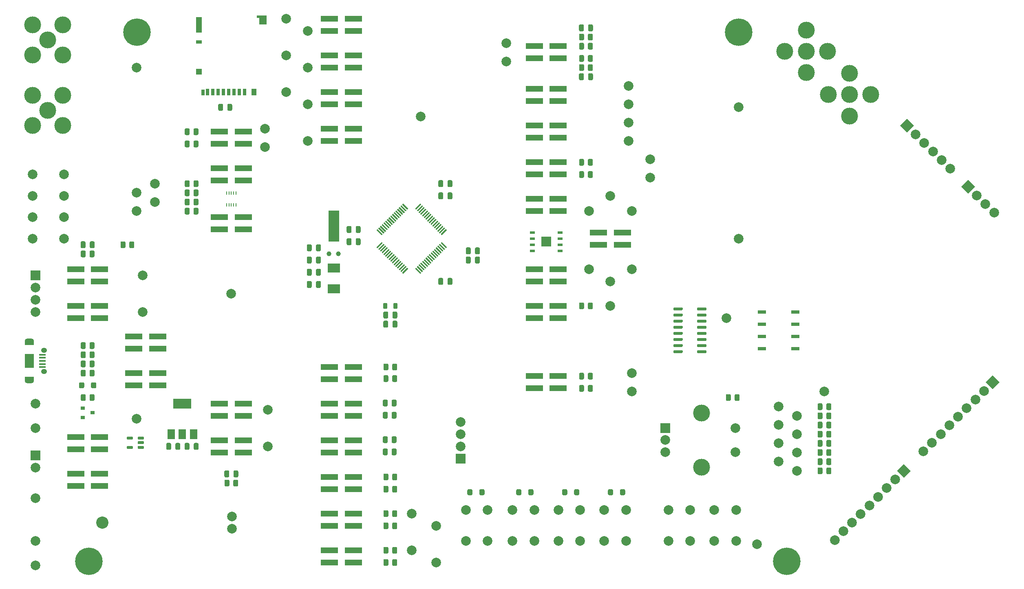
<source format=gbr>
%TF.GenerationSoftware,KiCad,Pcbnew,(5.1.10-1-10_14)*%
%TF.CreationDate,2021-06-11T06:32:06+09:00*%
%TF.ProjectId,demo32,64656d6f-3332-42e6-9b69-6361645f7063,rev?*%
%TF.SameCoordinates,Original*%
%TF.FileFunction,Soldermask,Top*%
%TF.FilePolarity,Negative*%
%FSLAX46Y46*%
G04 Gerber Fmt 4.6, Leading zero omitted, Abs format (unit mm)*
G04 Created by KiCad (PCBNEW (5.1.10-1-10_14)) date 2021-06-11 06:32:06*
%MOMM*%
%LPD*%
G01*
G04 APERTURE LIST*
%ADD10C,2.000000*%
%ADD11C,5.700000*%
%ADD12R,2.000000X2.000000*%
%ADD13R,3.680000X1.270000*%
%ADD14O,1.250000X1.050000*%
%ADD15R,1.350000X0.400000*%
%ADD16O,1.900000X1.000000*%
%ADD17R,1.900000X2.900000*%
%ADD18R,1.900000X0.875000*%
%ADD19C,1.000000*%
%ADD20R,2.200000X6.500000*%
%ADD21R,2.600000X1.900000*%
%ADD22R,1.100000X0.500000*%
%ADD23R,0.270000X0.795000*%
%ADD24R,3.800000X2.000000*%
%ADD25R,1.500000X2.000000*%
%ADD26C,3.500000*%
%ADD27R,0.900000X0.800000*%
%ADD28R,1.800000X0.800000*%
%ADD29C,0.100000*%
%ADD30R,0.700000X1.400000*%
%ADD31R,1.500000X1.900000*%
%ADD32R,1.000000X1.400000*%
%ADD33R,1.200000X1.200000*%
%ADD34R,1.200000X3.200000*%
%ADD35R,0.700000X1.200000*%
%ADD36R,0.500000X0.500000*%
%ADD37R,1.200000X0.800000*%
%ADD38C,2.540000*%
G04 APERTURE END LIST*
D10*
%TO.C,TPGND8*%
X74930000Y-32385000D03*
%TD*%
%TO.C,TPGND7*%
X200025000Y-40640000D03*
%TD*%
%TO.C,TPGND6*%
X94615000Y-79375000D03*
%TD*%
%TO.C,TPGND5*%
X133985000Y-42545000D03*
%TD*%
%TO.C,TPGND4*%
X200025000Y-67945000D03*
%TD*%
%TO.C,TPGND3*%
X217805000Y-99695000D03*
%TD*%
%TO.C,TPGND2*%
X203835000Y-131445000D03*
%TD*%
D11*
%TO.C,H4*%
X65000000Y-135000000D03*
%TD*%
%TO.C,H3*%
X210000000Y-135000000D03*
%TD*%
%TO.C,H2*%
X200000000Y-25000000D03*
%TD*%
%TO.C,H1*%
X75000000Y-25000000D03*
%TD*%
D12*
%TO.C,J108*%
X53975000Y-75565000D03*
D10*
X53975000Y-78105000D03*
X53975000Y-80645000D03*
X53975000Y-83185000D03*
%TD*%
%TO.C,J10*%
X53975000Y-115570000D03*
D12*
X53975000Y-113030000D03*
%TD*%
%TO.C,D2*%
G36*
G01*
X143615000Y-121000000D02*
X143615000Y-120300000D01*
G75*
G02*
X143890000Y-120025000I275000J0D01*
G01*
X144440000Y-120025000D01*
G75*
G02*
X144715000Y-120300000I0J-275000D01*
G01*
X144715000Y-121000000D01*
G75*
G02*
X144440000Y-121275000I-275000J0D01*
G01*
X143890000Y-121275000D01*
G75*
G02*
X143615000Y-121000000I0J275000D01*
G01*
G37*
G36*
G01*
X146115000Y-121000000D02*
X146115000Y-120300000D01*
G75*
G02*
X146390000Y-120025000I275000J0D01*
G01*
X146940000Y-120025000D01*
G75*
G02*
X147215000Y-120300000I0J-275000D01*
G01*
X147215000Y-121000000D01*
G75*
G02*
X146940000Y-121275000I-275000J0D01*
G01*
X146390000Y-121275000D01*
G75*
G02*
X146115000Y-121000000I0J275000D01*
G01*
G37*
%TD*%
D13*
%TO.C,XR9*%
X157545000Y-74295000D03*
X162495000Y-74295000D03*
X157545000Y-76835000D03*
X162495000Y-76835000D03*
%TD*%
D10*
%TO.C,SW1*%
X53340000Y-67945000D03*
X53340000Y-63445000D03*
X59840000Y-67945000D03*
X59840000Y-63445000D03*
%TD*%
%TO.C,SW103*%
X53340000Y-59055000D03*
X53340000Y-54555000D03*
X59840000Y-59055000D03*
X59840000Y-54555000D03*
%TD*%
D14*
%TO.C,J9*%
X55705000Y-91120000D03*
D15*
X55380000Y-92045000D03*
X55380000Y-92695000D03*
X55380000Y-93345000D03*
X55380000Y-94645000D03*
D14*
X55705000Y-95570000D03*
D16*
X52705000Y-89170000D03*
X52705000Y-97520000D03*
D15*
X55380000Y-93995000D03*
D17*
X52705000Y-93345000D03*
D18*
X52705000Y-97082500D03*
X52705000Y-89607500D03*
%TD*%
D13*
%TO.C,XR4*%
X97090000Y-55880000D03*
X92140000Y-55880000D03*
X97090000Y-53340000D03*
X92140000Y-53340000D03*
%TD*%
D10*
%TO.C,SW113*%
X147848000Y-130810000D03*
X143348000Y-130810000D03*
X147848000Y-124310000D03*
X143348000Y-124310000D03*
%TD*%
%TO.C,SW112*%
X176585000Y-130810000D03*
X172085000Y-130810000D03*
X176585000Y-124310000D03*
X172085000Y-124310000D03*
%TD*%
%TO.C,SW111*%
X167060000Y-130810000D03*
X162560000Y-130810000D03*
X167060000Y-124310000D03*
X162560000Y-124310000D03*
%TD*%
%TO.C,SW110*%
X157535000Y-130810000D03*
X153035000Y-130810000D03*
X157535000Y-124310000D03*
X153035000Y-124310000D03*
%TD*%
D19*
%TO.C,Y2*%
X116835000Y-71120000D03*
X114935000Y-71120000D03*
D20*
X115885000Y-65370000D03*
%TD*%
D21*
%TO.C,Y1*%
X115887500Y-78350000D03*
X115887500Y-74050000D03*
%TD*%
D13*
%TO.C,XR32*%
X92140000Y-109855000D03*
X97090000Y-109855000D03*
X92140000Y-112395000D03*
X97090000Y-112395000D03*
%TD*%
%TO.C,XR31*%
X92140000Y-102235000D03*
X97090000Y-102235000D03*
X92140000Y-104775000D03*
X97090000Y-104775000D03*
%TD*%
%TO.C,XR30*%
X62295000Y-81915000D03*
X67245000Y-81915000D03*
X62295000Y-84455000D03*
X67245000Y-84455000D03*
%TD*%
%TO.C,XR29*%
X62295000Y-74295000D03*
X67245000Y-74295000D03*
X62295000Y-76835000D03*
X67245000Y-76835000D03*
%TD*%
%TO.C,XR28*%
X62295000Y-116840000D03*
X67245000Y-116840000D03*
X62295000Y-119380000D03*
X67245000Y-119380000D03*
%TD*%
%TO.C,XR27*%
X62295000Y-109220000D03*
X67245000Y-109220000D03*
X62295000Y-111760000D03*
X67245000Y-111760000D03*
%TD*%
%TO.C,XR26*%
X74360000Y-88265000D03*
X79310000Y-88265000D03*
X74360000Y-90805000D03*
X79310000Y-90805000D03*
%TD*%
%TO.C,XR25*%
X74360000Y-95885000D03*
X79310000Y-95885000D03*
X74360000Y-98425000D03*
X79310000Y-98425000D03*
%TD*%
%TO.C,XR22*%
X92140000Y-45720000D03*
X97090000Y-45720000D03*
X92140000Y-48260000D03*
X97090000Y-48260000D03*
%TD*%
%TO.C,XR21*%
X115000000Y-132715000D03*
X119950000Y-132715000D03*
X115000000Y-135255000D03*
X119950000Y-135255000D03*
%TD*%
%TO.C,XR20*%
X115000000Y-125095000D03*
X119950000Y-125095000D03*
X115000000Y-127635000D03*
X119950000Y-127635000D03*
%TD*%
%TO.C,XR19*%
X157545000Y-81915000D03*
X162495000Y-81915000D03*
X157545000Y-84455000D03*
X162495000Y-84455000D03*
%TD*%
%TO.C,XR18*%
X115000000Y-117475000D03*
X119950000Y-117475000D03*
X115000000Y-120015000D03*
X119950000Y-120015000D03*
%TD*%
%TO.C,XR17*%
X115000000Y-109855000D03*
X119950000Y-109855000D03*
X115000000Y-112395000D03*
X119950000Y-112395000D03*
%TD*%
%TO.C,XR16*%
X115000000Y-102235000D03*
X119950000Y-102235000D03*
X115000000Y-104775000D03*
X119950000Y-104775000D03*
%TD*%
%TO.C,XR15*%
X115000000Y-94615000D03*
X119950000Y-94615000D03*
X115000000Y-97155000D03*
X119950000Y-97155000D03*
%TD*%
%TO.C,XR14*%
X119950000Y-47625000D03*
X115000000Y-47625000D03*
X119950000Y-45085000D03*
X115000000Y-45085000D03*
%TD*%
%TO.C,XR13*%
X119950000Y-24765000D03*
X115000000Y-24765000D03*
X119950000Y-22225000D03*
X115000000Y-22225000D03*
%TD*%
%TO.C,XR12*%
X119950000Y-32385000D03*
X115000000Y-32385000D03*
X119950000Y-29845000D03*
X115000000Y-29845000D03*
%TD*%
%TO.C,XR11*%
X119950000Y-40005000D03*
X115000000Y-40005000D03*
X119950000Y-37465000D03*
X115000000Y-37465000D03*
%TD*%
%TO.C,XR10*%
X175830000Y-69215000D03*
X170880000Y-69215000D03*
X175830000Y-66675000D03*
X170880000Y-66675000D03*
%TD*%
%TO.C,XR8*%
X157545000Y-59690000D03*
X162495000Y-59690000D03*
X157545000Y-62230000D03*
X162495000Y-62230000D03*
%TD*%
%TO.C,XR7*%
X157545000Y-52070000D03*
X162495000Y-52070000D03*
X157545000Y-54610000D03*
X162495000Y-54610000D03*
%TD*%
%TO.C,XR6*%
X157545000Y-96520000D03*
X162495000Y-96520000D03*
X157545000Y-99060000D03*
X162495000Y-99060000D03*
%TD*%
%TO.C,XR5*%
X97090000Y-66040000D03*
X92140000Y-66040000D03*
X97090000Y-63500000D03*
X92140000Y-63500000D03*
%TD*%
%TO.C,XR3*%
X157545000Y-44450000D03*
X162495000Y-44450000D03*
X157545000Y-46990000D03*
X162495000Y-46990000D03*
%TD*%
%TO.C,XR2*%
X157545000Y-36830000D03*
X162495000Y-36830000D03*
X157545000Y-39370000D03*
X162495000Y-39370000D03*
%TD*%
%TO.C,XR1*%
X157545000Y-27940000D03*
X162495000Y-27940000D03*
X157545000Y-30480000D03*
X162495000Y-30480000D03*
%TD*%
%TO.C,U102*%
G36*
G01*
X186415000Y-82700000D02*
X186415000Y-82400000D01*
G75*
G02*
X186565000Y-82250000I150000J0D01*
G01*
X188215000Y-82250000D01*
G75*
G02*
X188365000Y-82400000I0J-150000D01*
G01*
X188365000Y-82700000D01*
G75*
G02*
X188215000Y-82850000I-150000J0D01*
G01*
X186565000Y-82850000D01*
G75*
G02*
X186415000Y-82700000I0J150000D01*
G01*
G37*
G36*
G01*
X186415000Y-83970000D02*
X186415000Y-83670000D01*
G75*
G02*
X186565000Y-83520000I150000J0D01*
G01*
X188215000Y-83520000D01*
G75*
G02*
X188365000Y-83670000I0J-150000D01*
G01*
X188365000Y-83970000D01*
G75*
G02*
X188215000Y-84120000I-150000J0D01*
G01*
X186565000Y-84120000D01*
G75*
G02*
X186415000Y-83970000I0J150000D01*
G01*
G37*
G36*
G01*
X186415000Y-85240000D02*
X186415000Y-84940000D01*
G75*
G02*
X186565000Y-84790000I150000J0D01*
G01*
X188215000Y-84790000D01*
G75*
G02*
X188365000Y-84940000I0J-150000D01*
G01*
X188365000Y-85240000D01*
G75*
G02*
X188215000Y-85390000I-150000J0D01*
G01*
X186565000Y-85390000D01*
G75*
G02*
X186415000Y-85240000I0J150000D01*
G01*
G37*
G36*
G01*
X186415000Y-86510000D02*
X186415000Y-86210000D01*
G75*
G02*
X186565000Y-86060000I150000J0D01*
G01*
X188215000Y-86060000D01*
G75*
G02*
X188365000Y-86210000I0J-150000D01*
G01*
X188365000Y-86510000D01*
G75*
G02*
X188215000Y-86660000I-150000J0D01*
G01*
X186565000Y-86660000D01*
G75*
G02*
X186415000Y-86510000I0J150000D01*
G01*
G37*
G36*
G01*
X186415000Y-87780000D02*
X186415000Y-87480000D01*
G75*
G02*
X186565000Y-87330000I150000J0D01*
G01*
X188215000Y-87330000D01*
G75*
G02*
X188365000Y-87480000I0J-150000D01*
G01*
X188365000Y-87780000D01*
G75*
G02*
X188215000Y-87930000I-150000J0D01*
G01*
X186565000Y-87930000D01*
G75*
G02*
X186415000Y-87780000I0J150000D01*
G01*
G37*
G36*
G01*
X186415000Y-89050000D02*
X186415000Y-88750000D01*
G75*
G02*
X186565000Y-88600000I150000J0D01*
G01*
X188215000Y-88600000D01*
G75*
G02*
X188365000Y-88750000I0J-150000D01*
G01*
X188365000Y-89050000D01*
G75*
G02*
X188215000Y-89200000I-150000J0D01*
G01*
X186565000Y-89200000D01*
G75*
G02*
X186415000Y-89050000I0J150000D01*
G01*
G37*
G36*
G01*
X186415000Y-90320000D02*
X186415000Y-90020000D01*
G75*
G02*
X186565000Y-89870000I150000J0D01*
G01*
X188215000Y-89870000D01*
G75*
G02*
X188365000Y-90020000I0J-150000D01*
G01*
X188365000Y-90320000D01*
G75*
G02*
X188215000Y-90470000I-150000J0D01*
G01*
X186565000Y-90470000D01*
G75*
G02*
X186415000Y-90320000I0J150000D01*
G01*
G37*
G36*
G01*
X186415000Y-91590000D02*
X186415000Y-91290000D01*
G75*
G02*
X186565000Y-91140000I150000J0D01*
G01*
X188215000Y-91140000D01*
G75*
G02*
X188365000Y-91290000I0J-150000D01*
G01*
X188365000Y-91590000D01*
G75*
G02*
X188215000Y-91740000I-150000J0D01*
G01*
X186565000Y-91740000D01*
G75*
G02*
X186415000Y-91590000I0J150000D01*
G01*
G37*
G36*
G01*
X191365000Y-91590000D02*
X191365000Y-91290000D01*
G75*
G02*
X191515000Y-91140000I150000J0D01*
G01*
X193165000Y-91140000D01*
G75*
G02*
X193315000Y-91290000I0J-150000D01*
G01*
X193315000Y-91590000D01*
G75*
G02*
X193165000Y-91740000I-150000J0D01*
G01*
X191515000Y-91740000D01*
G75*
G02*
X191365000Y-91590000I0J150000D01*
G01*
G37*
G36*
G01*
X191365000Y-90320000D02*
X191365000Y-90020000D01*
G75*
G02*
X191515000Y-89870000I150000J0D01*
G01*
X193165000Y-89870000D01*
G75*
G02*
X193315000Y-90020000I0J-150000D01*
G01*
X193315000Y-90320000D01*
G75*
G02*
X193165000Y-90470000I-150000J0D01*
G01*
X191515000Y-90470000D01*
G75*
G02*
X191365000Y-90320000I0J150000D01*
G01*
G37*
G36*
G01*
X191365000Y-89050000D02*
X191365000Y-88750000D01*
G75*
G02*
X191515000Y-88600000I150000J0D01*
G01*
X193165000Y-88600000D01*
G75*
G02*
X193315000Y-88750000I0J-150000D01*
G01*
X193315000Y-89050000D01*
G75*
G02*
X193165000Y-89200000I-150000J0D01*
G01*
X191515000Y-89200000D01*
G75*
G02*
X191365000Y-89050000I0J150000D01*
G01*
G37*
G36*
G01*
X191365000Y-87780000D02*
X191365000Y-87480000D01*
G75*
G02*
X191515000Y-87330000I150000J0D01*
G01*
X193165000Y-87330000D01*
G75*
G02*
X193315000Y-87480000I0J-150000D01*
G01*
X193315000Y-87780000D01*
G75*
G02*
X193165000Y-87930000I-150000J0D01*
G01*
X191515000Y-87930000D01*
G75*
G02*
X191365000Y-87780000I0J150000D01*
G01*
G37*
G36*
G01*
X191365000Y-86510000D02*
X191365000Y-86210000D01*
G75*
G02*
X191515000Y-86060000I150000J0D01*
G01*
X193165000Y-86060000D01*
G75*
G02*
X193315000Y-86210000I0J-150000D01*
G01*
X193315000Y-86510000D01*
G75*
G02*
X193165000Y-86660000I-150000J0D01*
G01*
X191515000Y-86660000D01*
G75*
G02*
X191365000Y-86510000I0J150000D01*
G01*
G37*
G36*
G01*
X191365000Y-85240000D02*
X191365000Y-84940000D01*
G75*
G02*
X191515000Y-84790000I150000J0D01*
G01*
X193165000Y-84790000D01*
G75*
G02*
X193315000Y-84940000I0J-150000D01*
G01*
X193315000Y-85240000D01*
G75*
G02*
X193165000Y-85390000I-150000J0D01*
G01*
X191515000Y-85390000D01*
G75*
G02*
X191365000Y-85240000I0J150000D01*
G01*
G37*
G36*
G01*
X191365000Y-83970000D02*
X191365000Y-83670000D01*
G75*
G02*
X191515000Y-83520000I150000J0D01*
G01*
X193165000Y-83520000D01*
G75*
G02*
X193315000Y-83670000I0J-150000D01*
G01*
X193315000Y-83970000D01*
G75*
G02*
X193165000Y-84120000I-150000J0D01*
G01*
X191515000Y-84120000D01*
G75*
G02*
X191365000Y-83970000I0J150000D01*
G01*
G37*
G36*
G01*
X191365000Y-82700000D02*
X191365000Y-82400000D01*
G75*
G02*
X191515000Y-82250000I150000J0D01*
G01*
X193165000Y-82250000D01*
G75*
G02*
X193315000Y-82400000I0J-150000D01*
G01*
X193315000Y-82700000D01*
G75*
G02*
X193165000Y-82850000I-150000J0D01*
G01*
X191515000Y-82850000D01*
G75*
G02*
X191365000Y-82700000I0J150000D01*
G01*
G37*
%TD*%
D12*
%TO.C,U101*%
X160020000Y-68580000D03*
D22*
X157120000Y-66675000D03*
X157120000Y-67945000D03*
X157120000Y-69215000D03*
X157120000Y-70485000D03*
X162920000Y-70485000D03*
X162920000Y-69215000D03*
X162920000Y-67945000D03*
X162920000Y-66675000D03*
%TD*%
%TO.C,U4*%
G36*
G01*
X74201000Y-111163000D02*
X74201000Y-111463000D01*
G75*
G02*
X74051000Y-111613000I-150000J0D01*
G01*
X73026000Y-111613000D01*
G75*
G02*
X72876000Y-111463000I0J150000D01*
G01*
X72876000Y-111163000D01*
G75*
G02*
X73026000Y-111013000I150000J0D01*
G01*
X74051000Y-111013000D01*
G75*
G02*
X74201000Y-111163000I0J-150000D01*
G01*
G37*
G36*
G01*
X74201000Y-109263000D02*
X74201000Y-109563000D01*
G75*
G02*
X74051000Y-109713000I-150000J0D01*
G01*
X73026000Y-109713000D01*
G75*
G02*
X72876000Y-109563000I0J150000D01*
G01*
X72876000Y-109263000D01*
G75*
G02*
X73026000Y-109113000I150000J0D01*
G01*
X74051000Y-109113000D01*
G75*
G02*
X74201000Y-109263000I0J-150000D01*
G01*
G37*
G36*
G01*
X76476000Y-109263000D02*
X76476000Y-109563000D01*
G75*
G02*
X76326000Y-109713000I-150000J0D01*
G01*
X75301000Y-109713000D01*
G75*
G02*
X75151000Y-109563000I0J150000D01*
G01*
X75151000Y-109263000D01*
G75*
G02*
X75301000Y-109113000I150000J0D01*
G01*
X76326000Y-109113000D01*
G75*
G02*
X76476000Y-109263000I0J-150000D01*
G01*
G37*
G36*
G01*
X76476000Y-110213000D02*
X76476000Y-110513000D01*
G75*
G02*
X76326000Y-110663000I-150000J0D01*
G01*
X75301000Y-110663000D01*
G75*
G02*
X75151000Y-110513000I0J150000D01*
G01*
X75151000Y-110213000D01*
G75*
G02*
X75301000Y-110063000I150000J0D01*
G01*
X76326000Y-110063000D01*
G75*
G02*
X76476000Y-110213000I0J-150000D01*
G01*
G37*
G36*
G01*
X76476000Y-111163000D02*
X76476000Y-111463000D01*
G75*
G02*
X76326000Y-111613000I-150000J0D01*
G01*
X75301000Y-111613000D01*
G75*
G02*
X75151000Y-111463000I0J150000D01*
G01*
X75151000Y-111163000D01*
G75*
G02*
X75301000Y-111013000I150000J0D01*
G01*
X76326000Y-111013000D01*
G75*
G02*
X76476000Y-111163000I0J-150000D01*
G01*
G37*
%TD*%
D23*
%TO.C,U3*%
X95615000Y-58440000D03*
X95115000Y-58450000D03*
X94615000Y-58450000D03*
X94115000Y-58450000D03*
X93615000Y-58450000D03*
X93615000Y-60930000D03*
X94115000Y-60930000D03*
X94615000Y-60930000D03*
X95115000Y-60930000D03*
X95615000Y-60930000D03*
%TD*%
D24*
%TO.C,U2*%
X84455000Y-102260000D03*
D25*
X84455000Y-108560000D03*
X86755000Y-108560000D03*
X82155000Y-108560000D03*
%TD*%
%TO.C,U1*%
G36*
G01*
X124920544Y-69907222D02*
X124814478Y-69801156D01*
G75*
G02*
X124814478Y-69695090I53033J53033D01*
G01*
X125804428Y-68705140D01*
G75*
G02*
X125910494Y-68705140I53033J-53033D01*
G01*
X126016560Y-68811206D01*
G75*
G02*
X126016560Y-68917272I-53033J-53033D01*
G01*
X125026610Y-69907222D01*
G75*
G02*
X124920544Y-69907222I-53033J53033D01*
G01*
G37*
G36*
G01*
X125274097Y-70260775D02*
X125168031Y-70154709D01*
G75*
G02*
X125168031Y-70048643I53033J53033D01*
G01*
X126157981Y-69058693D01*
G75*
G02*
X126264047Y-69058693I53033J-53033D01*
G01*
X126370113Y-69164759D01*
G75*
G02*
X126370113Y-69270825I-53033J-53033D01*
G01*
X125380163Y-70260775D01*
G75*
G02*
X125274097Y-70260775I-53033J53033D01*
G01*
G37*
G36*
G01*
X125627650Y-70614328D02*
X125521584Y-70508262D01*
G75*
G02*
X125521584Y-70402196I53033J53033D01*
G01*
X126511534Y-69412246D01*
G75*
G02*
X126617600Y-69412246I53033J-53033D01*
G01*
X126723666Y-69518312D01*
G75*
G02*
X126723666Y-69624378I-53033J-53033D01*
G01*
X125733716Y-70614328D01*
G75*
G02*
X125627650Y-70614328I-53033J53033D01*
G01*
G37*
G36*
G01*
X125981204Y-70967882D02*
X125875138Y-70861816D01*
G75*
G02*
X125875138Y-70755750I53033J53033D01*
G01*
X126865088Y-69765800D01*
G75*
G02*
X126971154Y-69765800I53033J-53033D01*
G01*
X127077220Y-69871866D01*
G75*
G02*
X127077220Y-69977932I-53033J-53033D01*
G01*
X126087270Y-70967882D01*
G75*
G02*
X125981204Y-70967882I-53033J53033D01*
G01*
G37*
G36*
G01*
X126334757Y-71321435D02*
X126228691Y-71215369D01*
G75*
G02*
X126228691Y-71109303I53033J53033D01*
G01*
X127218641Y-70119353D01*
G75*
G02*
X127324707Y-70119353I53033J-53033D01*
G01*
X127430773Y-70225419D01*
G75*
G02*
X127430773Y-70331485I-53033J-53033D01*
G01*
X126440823Y-71321435D01*
G75*
G02*
X126334757Y-71321435I-53033J53033D01*
G01*
G37*
G36*
G01*
X126688311Y-71674989D02*
X126582245Y-71568923D01*
G75*
G02*
X126582245Y-71462857I53033J53033D01*
G01*
X127572195Y-70472907D01*
G75*
G02*
X127678261Y-70472907I53033J-53033D01*
G01*
X127784327Y-70578973D01*
G75*
G02*
X127784327Y-70685039I-53033J-53033D01*
G01*
X126794377Y-71674989D01*
G75*
G02*
X126688311Y-71674989I-53033J53033D01*
G01*
G37*
G36*
G01*
X127041864Y-72028542D02*
X126935798Y-71922476D01*
G75*
G02*
X126935798Y-71816410I53033J53033D01*
G01*
X127925748Y-70826460D01*
G75*
G02*
X128031814Y-70826460I53033J-53033D01*
G01*
X128137880Y-70932526D01*
G75*
G02*
X128137880Y-71038592I-53033J-53033D01*
G01*
X127147930Y-72028542D01*
G75*
G02*
X127041864Y-72028542I-53033J53033D01*
G01*
G37*
G36*
G01*
X127395417Y-72382095D02*
X127289351Y-72276029D01*
G75*
G02*
X127289351Y-72169963I53033J53033D01*
G01*
X128279301Y-71180013D01*
G75*
G02*
X128385367Y-71180013I53033J-53033D01*
G01*
X128491433Y-71286079D01*
G75*
G02*
X128491433Y-71392145I-53033J-53033D01*
G01*
X127501483Y-72382095D01*
G75*
G02*
X127395417Y-72382095I-53033J53033D01*
G01*
G37*
G36*
G01*
X127748971Y-72735649D02*
X127642905Y-72629583D01*
G75*
G02*
X127642905Y-72523517I53033J53033D01*
G01*
X128632855Y-71533567D01*
G75*
G02*
X128738921Y-71533567I53033J-53033D01*
G01*
X128844987Y-71639633D01*
G75*
G02*
X128844987Y-71745699I-53033J-53033D01*
G01*
X127855037Y-72735649D01*
G75*
G02*
X127748971Y-72735649I-53033J53033D01*
G01*
G37*
G36*
G01*
X128102524Y-73089202D02*
X127996458Y-72983136D01*
G75*
G02*
X127996458Y-72877070I53033J53033D01*
G01*
X128986408Y-71887120D01*
G75*
G02*
X129092474Y-71887120I53033J-53033D01*
G01*
X129198540Y-71993186D01*
G75*
G02*
X129198540Y-72099252I-53033J-53033D01*
G01*
X128208590Y-73089202D01*
G75*
G02*
X128102524Y-73089202I-53033J53033D01*
G01*
G37*
G36*
G01*
X128456077Y-73442755D02*
X128350011Y-73336689D01*
G75*
G02*
X128350011Y-73230623I53033J53033D01*
G01*
X129339961Y-72240673D01*
G75*
G02*
X129446027Y-72240673I53033J-53033D01*
G01*
X129552093Y-72346739D01*
G75*
G02*
X129552093Y-72452805I-53033J-53033D01*
G01*
X128562143Y-73442755D01*
G75*
G02*
X128456077Y-73442755I-53033J53033D01*
G01*
G37*
G36*
G01*
X128809631Y-73796309D02*
X128703565Y-73690243D01*
G75*
G02*
X128703565Y-73584177I53033J53033D01*
G01*
X129693515Y-72594227D01*
G75*
G02*
X129799581Y-72594227I53033J-53033D01*
G01*
X129905647Y-72700293D01*
G75*
G02*
X129905647Y-72806359I-53033J-53033D01*
G01*
X128915697Y-73796309D01*
G75*
G02*
X128809631Y-73796309I-53033J53033D01*
G01*
G37*
G36*
G01*
X129163184Y-74149862D02*
X129057118Y-74043796D01*
G75*
G02*
X129057118Y-73937730I53033J53033D01*
G01*
X130047068Y-72947780D01*
G75*
G02*
X130153134Y-72947780I53033J-53033D01*
G01*
X130259200Y-73053846D01*
G75*
G02*
X130259200Y-73159912I-53033J-53033D01*
G01*
X129269250Y-74149862D01*
G75*
G02*
X129163184Y-74149862I-53033J53033D01*
G01*
G37*
G36*
G01*
X129516738Y-74503416D02*
X129410672Y-74397350D01*
G75*
G02*
X129410672Y-74291284I53033J53033D01*
G01*
X130400622Y-73301334D01*
G75*
G02*
X130506688Y-73301334I53033J-53033D01*
G01*
X130612754Y-73407400D01*
G75*
G02*
X130612754Y-73513466I-53033J-53033D01*
G01*
X129622804Y-74503416D01*
G75*
G02*
X129516738Y-74503416I-53033J53033D01*
G01*
G37*
G36*
G01*
X129870291Y-74856969D02*
X129764225Y-74750903D01*
G75*
G02*
X129764225Y-74644837I53033J53033D01*
G01*
X130754175Y-73654887D01*
G75*
G02*
X130860241Y-73654887I53033J-53033D01*
G01*
X130966307Y-73760953D01*
G75*
G02*
X130966307Y-73867019I-53033J-53033D01*
G01*
X129976357Y-74856969D01*
G75*
G02*
X129870291Y-74856969I-53033J53033D01*
G01*
G37*
G36*
G01*
X130223844Y-75210522D02*
X130117778Y-75104456D01*
G75*
G02*
X130117778Y-74998390I53033J53033D01*
G01*
X131107728Y-74008440D01*
G75*
G02*
X131213794Y-74008440I53033J-53033D01*
G01*
X131319860Y-74114506D01*
G75*
G02*
X131319860Y-74220572I-53033J-53033D01*
G01*
X130329910Y-75210522D01*
G75*
G02*
X130223844Y-75210522I-53033J53033D01*
G01*
G37*
G36*
G01*
X133830090Y-75210522D02*
X132840140Y-74220572D01*
G75*
G02*
X132840140Y-74114506I53033J53033D01*
G01*
X132946206Y-74008440D01*
G75*
G02*
X133052272Y-74008440I53033J-53033D01*
G01*
X134042222Y-74998390D01*
G75*
G02*
X134042222Y-75104456I-53033J-53033D01*
G01*
X133936156Y-75210522D01*
G75*
G02*
X133830090Y-75210522I-53033J53033D01*
G01*
G37*
G36*
G01*
X134183643Y-74856969D02*
X133193693Y-73867019D01*
G75*
G02*
X133193693Y-73760953I53033J53033D01*
G01*
X133299759Y-73654887D01*
G75*
G02*
X133405825Y-73654887I53033J-53033D01*
G01*
X134395775Y-74644837D01*
G75*
G02*
X134395775Y-74750903I-53033J-53033D01*
G01*
X134289709Y-74856969D01*
G75*
G02*
X134183643Y-74856969I-53033J53033D01*
G01*
G37*
G36*
G01*
X134537196Y-74503416D02*
X133547246Y-73513466D01*
G75*
G02*
X133547246Y-73407400I53033J53033D01*
G01*
X133653312Y-73301334D01*
G75*
G02*
X133759378Y-73301334I53033J-53033D01*
G01*
X134749328Y-74291284D01*
G75*
G02*
X134749328Y-74397350I-53033J-53033D01*
G01*
X134643262Y-74503416D01*
G75*
G02*
X134537196Y-74503416I-53033J53033D01*
G01*
G37*
G36*
G01*
X134890750Y-74149862D02*
X133900800Y-73159912D01*
G75*
G02*
X133900800Y-73053846I53033J53033D01*
G01*
X134006866Y-72947780D01*
G75*
G02*
X134112932Y-72947780I53033J-53033D01*
G01*
X135102882Y-73937730D01*
G75*
G02*
X135102882Y-74043796I-53033J-53033D01*
G01*
X134996816Y-74149862D01*
G75*
G02*
X134890750Y-74149862I-53033J53033D01*
G01*
G37*
G36*
G01*
X135244303Y-73796309D02*
X134254353Y-72806359D01*
G75*
G02*
X134254353Y-72700293I53033J53033D01*
G01*
X134360419Y-72594227D01*
G75*
G02*
X134466485Y-72594227I53033J-53033D01*
G01*
X135456435Y-73584177D01*
G75*
G02*
X135456435Y-73690243I-53033J-53033D01*
G01*
X135350369Y-73796309D01*
G75*
G02*
X135244303Y-73796309I-53033J53033D01*
G01*
G37*
G36*
G01*
X135597857Y-73442755D02*
X134607907Y-72452805D01*
G75*
G02*
X134607907Y-72346739I53033J53033D01*
G01*
X134713973Y-72240673D01*
G75*
G02*
X134820039Y-72240673I53033J-53033D01*
G01*
X135809989Y-73230623D01*
G75*
G02*
X135809989Y-73336689I-53033J-53033D01*
G01*
X135703923Y-73442755D01*
G75*
G02*
X135597857Y-73442755I-53033J53033D01*
G01*
G37*
G36*
G01*
X135951410Y-73089202D02*
X134961460Y-72099252D01*
G75*
G02*
X134961460Y-71993186I53033J53033D01*
G01*
X135067526Y-71887120D01*
G75*
G02*
X135173592Y-71887120I53033J-53033D01*
G01*
X136163542Y-72877070D01*
G75*
G02*
X136163542Y-72983136I-53033J-53033D01*
G01*
X136057476Y-73089202D01*
G75*
G02*
X135951410Y-73089202I-53033J53033D01*
G01*
G37*
G36*
G01*
X136304963Y-72735649D02*
X135315013Y-71745699D01*
G75*
G02*
X135315013Y-71639633I53033J53033D01*
G01*
X135421079Y-71533567D01*
G75*
G02*
X135527145Y-71533567I53033J-53033D01*
G01*
X136517095Y-72523517D01*
G75*
G02*
X136517095Y-72629583I-53033J-53033D01*
G01*
X136411029Y-72735649D01*
G75*
G02*
X136304963Y-72735649I-53033J53033D01*
G01*
G37*
G36*
G01*
X136658517Y-72382095D02*
X135668567Y-71392145D01*
G75*
G02*
X135668567Y-71286079I53033J53033D01*
G01*
X135774633Y-71180013D01*
G75*
G02*
X135880699Y-71180013I53033J-53033D01*
G01*
X136870649Y-72169963D01*
G75*
G02*
X136870649Y-72276029I-53033J-53033D01*
G01*
X136764583Y-72382095D01*
G75*
G02*
X136658517Y-72382095I-53033J53033D01*
G01*
G37*
G36*
G01*
X137012070Y-72028542D02*
X136022120Y-71038592D01*
G75*
G02*
X136022120Y-70932526I53033J53033D01*
G01*
X136128186Y-70826460D01*
G75*
G02*
X136234252Y-70826460I53033J-53033D01*
G01*
X137224202Y-71816410D01*
G75*
G02*
X137224202Y-71922476I-53033J-53033D01*
G01*
X137118136Y-72028542D01*
G75*
G02*
X137012070Y-72028542I-53033J53033D01*
G01*
G37*
G36*
G01*
X137365623Y-71674989D02*
X136375673Y-70685039D01*
G75*
G02*
X136375673Y-70578973I53033J53033D01*
G01*
X136481739Y-70472907D01*
G75*
G02*
X136587805Y-70472907I53033J-53033D01*
G01*
X137577755Y-71462857D01*
G75*
G02*
X137577755Y-71568923I-53033J-53033D01*
G01*
X137471689Y-71674989D01*
G75*
G02*
X137365623Y-71674989I-53033J53033D01*
G01*
G37*
G36*
G01*
X137719177Y-71321435D02*
X136729227Y-70331485D01*
G75*
G02*
X136729227Y-70225419I53033J53033D01*
G01*
X136835293Y-70119353D01*
G75*
G02*
X136941359Y-70119353I53033J-53033D01*
G01*
X137931309Y-71109303D01*
G75*
G02*
X137931309Y-71215369I-53033J-53033D01*
G01*
X137825243Y-71321435D01*
G75*
G02*
X137719177Y-71321435I-53033J53033D01*
G01*
G37*
G36*
G01*
X138072730Y-70967882D02*
X137082780Y-69977932D01*
G75*
G02*
X137082780Y-69871866I53033J53033D01*
G01*
X137188846Y-69765800D01*
G75*
G02*
X137294912Y-69765800I53033J-53033D01*
G01*
X138284862Y-70755750D01*
G75*
G02*
X138284862Y-70861816I-53033J-53033D01*
G01*
X138178796Y-70967882D01*
G75*
G02*
X138072730Y-70967882I-53033J53033D01*
G01*
G37*
G36*
G01*
X138426284Y-70614328D02*
X137436334Y-69624378D01*
G75*
G02*
X137436334Y-69518312I53033J53033D01*
G01*
X137542400Y-69412246D01*
G75*
G02*
X137648466Y-69412246I53033J-53033D01*
G01*
X138638416Y-70402196D01*
G75*
G02*
X138638416Y-70508262I-53033J-53033D01*
G01*
X138532350Y-70614328D01*
G75*
G02*
X138426284Y-70614328I-53033J53033D01*
G01*
G37*
G36*
G01*
X138779837Y-70260775D02*
X137789887Y-69270825D01*
G75*
G02*
X137789887Y-69164759I53033J53033D01*
G01*
X137895953Y-69058693D01*
G75*
G02*
X138002019Y-69058693I53033J-53033D01*
G01*
X138991969Y-70048643D01*
G75*
G02*
X138991969Y-70154709I-53033J-53033D01*
G01*
X138885903Y-70260775D01*
G75*
G02*
X138779837Y-70260775I-53033J53033D01*
G01*
G37*
G36*
G01*
X139133390Y-69907222D02*
X138143440Y-68917272D01*
G75*
G02*
X138143440Y-68811206I53033J53033D01*
G01*
X138249506Y-68705140D01*
G75*
G02*
X138355572Y-68705140I53033J-53033D01*
G01*
X139345522Y-69695090D01*
G75*
G02*
X139345522Y-69801156I-53033J-53033D01*
G01*
X139239456Y-69907222D01*
G75*
G02*
X139133390Y-69907222I-53033J53033D01*
G01*
G37*
G36*
G01*
X138249506Y-67184860D02*
X138143440Y-67078794D01*
G75*
G02*
X138143440Y-66972728I53033J53033D01*
G01*
X139133390Y-65982778D01*
G75*
G02*
X139239456Y-65982778I53033J-53033D01*
G01*
X139345522Y-66088844D01*
G75*
G02*
X139345522Y-66194910I-53033J-53033D01*
G01*
X138355572Y-67184860D01*
G75*
G02*
X138249506Y-67184860I-53033J53033D01*
G01*
G37*
G36*
G01*
X137895953Y-66831307D02*
X137789887Y-66725241D01*
G75*
G02*
X137789887Y-66619175I53033J53033D01*
G01*
X138779837Y-65629225D01*
G75*
G02*
X138885903Y-65629225I53033J-53033D01*
G01*
X138991969Y-65735291D01*
G75*
G02*
X138991969Y-65841357I-53033J-53033D01*
G01*
X138002019Y-66831307D01*
G75*
G02*
X137895953Y-66831307I-53033J53033D01*
G01*
G37*
G36*
G01*
X137542400Y-66477754D02*
X137436334Y-66371688D01*
G75*
G02*
X137436334Y-66265622I53033J53033D01*
G01*
X138426284Y-65275672D01*
G75*
G02*
X138532350Y-65275672I53033J-53033D01*
G01*
X138638416Y-65381738D01*
G75*
G02*
X138638416Y-65487804I-53033J-53033D01*
G01*
X137648466Y-66477754D01*
G75*
G02*
X137542400Y-66477754I-53033J53033D01*
G01*
G37*
G36*
G01*
X137188846Y-66124200D02*
X137082780Y-66018134D01*
G75*
G02*
X137082780Y-65912068I53033J53033D01*
G01*
X138072730Y-64922118D01*
G75*
G02*
X138178796Y-64922118I53033J-53033D01*
G01*
X138284862Y-65028184D01*
G75*
G02*
X138284862Y-65134250I-53033J-53033D01*
G01*
X137294912Y-66124200D01*
G75*
G02*
X137188846Y-66124200I-53033J53033D01*
G01*
G37*
G36*
G01*
X136835293Y-65770647D02*
X136729227Y-65664581D01*
G75*
G02*
X136729227Y-65558515I53033J53033D01*
G01*
X137719177Y-64568565D01*
G75*
G02*
X137825243Y-64568565I53033J-53033D01*
G01*
X137931309Y-64674631D01*
G75*
G02*
X137931309Y-64780697I-53033J-53033D01*
G01*
X136941359Y-65770647D01*
G75*
G02*
X136835293Y-65770647I-53033J53033D01*
G01*
G37*
G36*
G01*
X136481739Y-65417093D02*
X136375673Y-65311027D01*
G75*
G02*
X136375673Y-65204961I53033J53033D01*
G01*
X137365623Y-64215011D01*
G75*
G02*
X137471689Y-64215011I53033J-53033D01*
G01*
X137577755Y-64321077D01*
G75*
G02*
X137577755Y-64427143I-53033J-53033D01*
G01*
X136587805Y-65417093D01*
G75*
G02*
X136481739Y-65417093I-53033J53033D01*
G01*
G37*
G36*
G01*
X136128186Y-65063540D02*
X136022120Y-64957474D01*
G75*
G02*
X136022120Y-64851408I53033J53033D01*
G01*
X137012070Y-63861458D01*
G75*
G02*
X137118136Y-63861458I53033J-53033D01*
G01*
X137224202Y-63967524D01*
G75*
G02*
X137224202Y-64073590I-53033J-53033D01*
G01*
X136234252Y-65063540D01*
G75*
G02*
X136128186Y-65063540I-53033J53033D01*
G01*
G37*
G36*
G01*
X135774633Y-64709987D02*
X135668567Y-64603921D01*
G75*
G02*
X135668567Y-64497855I53033J53033D01*
G01*
X136658517Y-63507905D01*
G75*
G02*
X136764583Y-63507905I53033J-53033D01*
G01*
X136870649Y-63613971D01*
G75*
G02*
X136870649Y-63720037I-53033J-53033D01*
G01*
X135880699Y-64709987D01*
G75*
G02*
X135774633Y-64709987I-53033J53033D01*
G01*
G37*
G36*
G01*
X135421079Y-64356433D02*
X135315013Y-64250367D01*
G75*
G02*
X135315013Y-64144301I53033J53033D01*
G01*
X136304963Y-63154351D01*
G75*
G02*
X136411029Y-63154351I53033J-53033D01*
G01*
X136517095Y-63260417D01*
G75*
G02*
X136517095Y-63366483I-53033J-53033D01*
G01*
X135527145Y-64356433D01*
G75*
G02*
X135421079Y-64356433I-53033J53033D01*
G01*
G37*
G36*
G01*
X135067526Y-64002880D02*
X134961460Y-63896814D01*
G75*
G02*
X134961460Y-63790748I53033J53033D01*
G01*
X135951410Y-62800798D01*
G75*
G02*
X136057476Y-62800798I53033J-53033D01*
G01*
X136163542Y-62906864D01*
G75*
G02*
X136163542Y-63012930I-53033J-53033D01*
G01*
X135173592Y-64002880D01*
G75*
G02*
X135067526Y-64002880I-53033J53033D01*
G01*
G37*
G36*
G01*
X134713973Y-63649327D02*
X134607907Y-63543261D01*
G75*
G02*
X134607907Y-63437195I53033J53033D01*
G01*
X135597857Y-62447245D01*
G75*
G02*
X135703923Y-62447245I53033J-53033D01*
G01*
X135809989Y-62553311D01*
G75*
G02*
X135809989Y-62659377I-53033J-53033D01*
G01*
X134820039Y-63649327D01*
G75*
G02*
X134713973Y-63649327I-53033J53033D01*
G01*
G37*
G36*
G01*
X134360419Y-63295773D02*
X134254353Y-63189707D01*
G75*
G02*
X134254353Y-63083641I53033J53033D01*
G01*
X135244303Y-62093691D01*
G75*
G02*
X135350369Y-62093691I53033J-53033D01*
G01*
X135456435Y-62199757D01*
G75*
G02*
X135456435Y-62305823I-53033J-53033D01*
G01*
X134466485Y-63295773D01*
G75*
G02*
X134360419Y-63295773I-53033J53033D01*
G01*
G37*
G36*
G01*
X134006866Y-62942220D02*
X133900800Y-62836154D01*
G75*
G02*
X133900800Y-62730088I53033J53033D01*
G01*
X134890750Y-61740138D01*
G75*
G02*
X134996816Y-61740138I53033J-53033D01*
G01*
X135102882Y-61846204D01*
G75*
G02*
X135102882Y-61952270I-53033J-53033D01*
G01*
X134112932Y-62942220D01*
G75*
G02*
X134006866Y-62942220I-53033J53033D01*
G01*
G37*
G36*
G01*
X133653312Y-62588666D02*
X133547246Y-62482600D01*
G75*
G02*
X133547246Y-62376534I53033J53033D01*
G01*
X134537196Y-61386584D01*
G75*
G02*
X134643262Y-61386584I53033J-53033D01*
G01*
X134749328Y-61492650D01*
G75*
G02*
X134749328Y-61598716I-53033J-53033D01*
G01*
X133759378Y-62588666D01*
G75*
G02*
X133653312Y-62588666I-53033J53033D01*
G01*
G37*
G36*
G01*
X133299759Y-62235113D02*
X133193693Y-62129047D01*
G75*
G02*
X133193693Y-62022981I53033J53033D01*
G01*
X134183643Y-61033031D01*
G75*
G02*
X134289709Y-61033031I53033J-53033D01*
G01*
X134395775Y-61139097D01*
G75*
G02*
X134395775Y-61245163I-53033J-53033D01*
G01*
X133405825Y-62235113D01*
G75*
G02*
X133299759Y-62235113I-53033J53033D01*
G01*
G37*
G36*
G01*
X132946206Y-61881560D02*
X132840140Y-61775494D01*
G75*
G02*
X132840140Y-61669428I53033J53033D01*
G01*
X133830090Y-60679478D01*
G75*
G02*
X133936156Y-60679478I53033J-53033D01*
G01*
X134042222Y-60785544D01*
G75*
G02*
X134042222Y-60891610I-53033J-53033D01*
G01*
X133052272Y-61881560D01*
G75*
G02*
X132946206Y-61881560I-53033J53033D01*
G01*
G37*
G36*
G01*
X131107728Y-61881560D02*
X130117778Y-60891610D01*
G75*
G02*
X130117778Y-60785544I53033J53033D01*
G01*
X130223844Y-60679478D01*
G75*
G02*
X130329910Y-60679478I53033J-53033D01*
G01*
X131319860Y-61669428D01*
G75*
G02*
X131319860Y-61775494I-53033J-53033D01*
G01*
X131213794Y-61881560D01*
G75*
G02*
X131107728Y-61881560I-53033J53033D01*
G01*
G37*
G36*
G01*
X130754175Y-62235113D02*
X129764225Y-61245163D01*
G75*
G02*
X129764225Y-61139097I53033J53033D01*
G01*
X129870291Y-61033031D01*
G75*
G02*
X129976357Y-61033031I53033J-53033D01*
G01*
X130966307Y-62022981D01*
G75*
G02*
X130966307Y-62129047I-53033J-53033D01*
G01*
X130860241Y-62235113D01*
G75*
G02*
X130754175Y-62235113I-53033J53033D01*
G01*
G37*
G36*
G01*
X130400622Y-62588666D02*
X129410672Y-61598716D01*
G75*
G02*
X129410672Y-61492650I53033J53033D01*
G01*
X129516738Y-61386584D01*
G75*
G02*
X129622804Y-61386584I53033J-53033D01*
G01*
X130612754Y-62376534D01*
G75*
G02*
X130612754Y-62482600I-53033J-53033D01*
G01*
X130506688Y-62588666D01*
G75*
G02*
X130400622Y-62588666I-53033J53033D01*
G01*
G37*
G36*
G01*
X130047068Y-62942220D02*
X129057118Y-61952270D01*
G75*
G02*
X129057118Y-61846204I53033J53033D01*
G01*
X129163184Y-61740138D01*
G75*
G02*
X129269250Y-61740138I53033J-53033D01*
G01*
X130259200Y-62730088D01*
G75*
G02*
X130259200Y-62836154I-53033J-53033D01*
G01*
X130153134Y-62942220D01*
G75*
G02*
X130047068Y-62942220I-53033J53033D01*
G01*
G37*
G36*
G01*
X129693515Y-63295773D02*
X128703565Y-62305823D01*
G75*
G02*
X128703565Y-62199757I53033J53033D01*
G01*
X128809631Y-62093691D01*
G75*
G02*
X128915697Y-62093691I53033J-53033D01*
G01*
X129905647Y-63083641D01*
G75*
G02*
X129905647Y-63189707I-53033J-53033D01*
G01*
X129799581Y-63295773D01*
G75*
G02*
X129693515Y-63295773I-53033J53033D01*
G01*
G37*
G36*
G01*
X129339961Y-63649327D02*
X128350011Y-62659377D01*
G75*
G02*
X128350011Y-62553311I53033J53033D01*
G01*
X128456077Y-62447245D01*
G75*
G02*
X128562143Y-62447245I53033J-53033D01*
G01*
X129552093Y-63437195D01*
G75*
G02*
X129552093Y-63543261I-53033J-53033D01*
G01*
X129446027Y-63649327D01*
G75*
G02*
X129339961Y-63649327I-53033J53033D01*
G01*
G37*
G36*
G01*
X128986408Y-64002880D02*
X127996458Y-63012930D01*
G75*
G02*
X127996458Y-62906864I53033J53033D01*
G01*
X128102524Y-62800798D01*
G75*
G02*
X128208590Y-62800798I53033J-53033D01*
G01*
X129198540Y-63790748D01*
G75*
G02*
X129198540Y-63896814I-53033J-53033D01*
G01*
X129092474Y-64002880D01*
G75*
G02*
X128986408Y-64002880I-53033J53033D01*
G01*
G37*
G36*
G01*
X128632855Y-64356433D02*
X127642905Y-63366483D01*
G75*
G02*
X127642905Y-63260417I53033J53033D01*
G01*
X127748971Y-63154351D01*
G75*
G02*
X127855037Y-63154351I53033J-53033D01*
G01*
X128844987Y-64144301D01*
G75*
G02*
X128844987Y-64250367I-53033J-53033D01*
G01*
X128738921Y-64356433D01*
G75*
G02*
X128632855Y-64356433I-53033J53033D01*
G01*
G37*
G36*
G01*
X128279301Y-64709987D02*
X127289351Y-63720037D01*
G75*
G02*
X127289351Y-63613971I53033J53033D01*
G01*
X127395417Y-63507905D01*
G75*
G02*
X127501483Y-63507905I53033J-53033D01*
G01*
X128491433Y-64497855D01*
G75*
G02*
X128491433Y-64603921I-53033J-53033D01*
G01*
X128385367Y-64709987D01*
G75*
G02*
X128279301Y-64709987I-53033J53033D01*
G01*
G37*
G36*
G01*
X127925748Y-65063540D02*
X126935798Y-64073590D01*
G75*
G02*
X126935798Y-63967524I53033J53033D01*
G01*
X127041864Y-63861458D01*
G75*
G02*
X127147930Y-63861458I53033J-53033D01*
G01*
X128137880Y-64851408D01*
G75*
G02*
X128137880Y-64957474I-53033J-53033D01*
G01*
X128031814Y-65063540D01*
G75*
G02*
X127925748Y-65063540I-53033J53033D01*
G01*
G37*
G36*
G01*
X127572195Y-65417093D02*
X126582245Y-64427143D01*
G75*
G02*
X126582245Y-64321077I53033J53033D01*
G01*
X126688311Y-64215011D01*
G75*
G02*
X126794377Y-64215011I53033J-53033D01*
G01*
X127784327Y-65204961D01*
G75*
G02*
X127784327Y-65311027I-53033J-53033D01*
G01*
X127678261Y-65417093D01*
G75*
G02*
X127572195Y-65417093I-53033J53033D01*
G01*
G37*
G36*
G01*
X127218641Y-65770647D02*
X126228691Y-64780697D01*
G75*
G02*
X126228691Y-64674631I53033J53033D01*
G01*
X126334757Y-64568565D01*
G75*
G02*
X126440823Y-64568565I53033J-53033D01*
G01*
X127430773Y-65558515D01*
G75*
G02*
X127430773Y-65664581I-53033J-53033D01*
G01*
X127324707Y-65770647D01*
G75*
G02*
X127218641Y-65770647I-53033J53033D01*
G01*
G37*
G36*
G01*
X126865088Y-66124200D02*
X125875138Y-65134250D01*
G75*
G02*
X125875138Y-65028184I53033J53033D01*
G01*
X125981204Y-64922118D01*
G75*
G02*
X126087270Y-64922118I53033J-53033D01*
G01*
X127077220Y-65912068D01*
G75*
G02*
X127077220Y-66018134I-53033J-53033D01*
G01*
X126971154Y-66124200D01*
G75*
G02*
X126865088Y-66124200I-53033J53033D01*
G01*
G37*
G36*
G01*
X126511534Y-66477754D02*
X125521584Y-65487804D01*
G75*
G02*
X125521584Y-65381738I53033J53033D01*
G01*
X125627650Y-65275672D01*
G75*
G02*
X125733716Y-65275672I53033J-53033D01*
G01*
X126723666Y-66265622D01*
G75*
G02*
X126723666Y-66371688I-53033J-53033D01*
G01*
X126617600Y-66477754D01*
G75*
G02*
X126511534Y-66477754I-53033J53033D01*
G01*
G37*
G36*
G01*
X126157981Y-66831307D02*
X125168031Y-65841357D01*
G75*
G02*
X125168031Y-65735291I53033J53033D01*
G01*
X125274097Y-65629225D01*
G75*
G02*
X125380163Y-65629225I53033J-53033D01*
G01*
X126370113Y-66619175D01*
G75*
G02*
X126370113Y-66725241I-53033J-53033D01*
G01*
X126264047Y-66831307D01*
G75*
G02*
X126157981Y-66831307I-53033J53033D01*
G01*
G37*
G36*
G01*
X125804428Y-67184860D02*
X124814478Y-66194910D01*
G75*
G02*
X124814478Y-66088844I53033J53033D01*
G01*
X124920544Y-65982778D01*
G75*
G02*
X125026610Y-65982778I53033J-53033D01*
G01*
X126016560Y-66972728D01*
G75*
G02*
X126016560Y-67078794I-53033J-53033D01*
G01*
X125910494Y-67184860D01*
G75*
G02*
X125804428Y-67184860I-53033J53033D01*
G01*
G37*
%TD*%
D10*
%TO.C,TPVLIPO1*%
X53975000Y-107315000D03*
%TD*%
%TO.C,TPVIN5*%
X74930000Y-105410000D03*
%TD*%
%TO.C,TPVEXT1*%
X76200000Y-75565000D03*
%TD*%
%TO.C,TPVBUS5*%
X53975000Y-102235000D03*
%TD*%
%TO.C,TPMV3*%
X102235000Y-103505000D03*
%TD*%
%TO.C,TPMV0*%
X102235000Y-111125000D03*
%TD*%
%TO.C,TPGND1*%
X53975000Y-135890000D03*
%TD*%
%TO.C,TPGLIPO1*%
X53975000Y-121920000D03*
%TD*%
%TO.C,TPGEXT1*%
X76200000Y-83185000D03*
%TD*%
%TO.C,TP3V3*%
X53975000Y-130810000D03*
%TD*%
%TO.C,TP2A1*%
X197485000Y-84455000D03*
%TD*%
%TO.C,TP62*%
X177800000Y-99695000D03*
%TD*%
%TO.C,TP61*%
X177800000Y-95885000D03*
%TD*%
%TO.C,TP59*%
X74930000Y-62230000D03*
%TD*%
%TO.C,TP58*%
X78740000Y-60325000D03*
%TD*%
%TO.C,TP57*%
X78740000Y-56515000D03*
%TD*%
%TO.C,TP56*%
X137160000Y-135255000D03*
%TD*%
%TO.C,TP54*%
X110490000Y-32385000D03*
%TD*%
%TO.C,TP53*%
X106045000Y-29845000D03*
%TD*%
%TO.C,TP52*%
X106045000Y-37465000D03*
%TD*%
%TO.C,TP51*%
X110490000Y-40005000D03*
%TD*%
%TO.C,TP50*%
X132080000Y-132715000D03*
%TD*%
%TO.C,TP49*%
X137160000Y-127635000D03*
%TD*%
%TO.C,TP46*%
X132080000Y-125095000D03*
%TD*%
%TO.C,TP41*%
X110490000Y-47625000D03*
%TD*%
%TO.C,TP40*%
X106045000Y-22225000D03*
%TD*%
%TO.C,TP39*%
X110490000Y-24765000D03*
%TD*%
%TO.C,TP38*%
X212090000Y-116205000D03*
%TD*%
%TO.C,TP37*%
X208280000Y-114300000D03*
%TD*%
%TO.C,TP36*%
X173355000Y-76835000D03*
%TD*%
%TO.C,TP35*%
X168910000Y-74295000D03*
%TD*%
%TO.C,TP34*%
X168910000Y-62230000D03*
%TD*%
%TO.C,TP33*%
X173355000Y-59055000D03*
%TD*%
%TO.C,TP30*%
X181610000Y-55245000D03*
%TD*%
%TO.C,TP29*%
X181610000Y-51435000D03*
%TD*%
%TO.C,TP28*%
X74930000Y-58420000D03*
%TD*%
%TO.C,TP27*%
X177800000Y-62230000D03*
%TD*%
%TO.C,TP26*%
X177800000Y-74295000D03*
%TD*%
%TO.C,TP25*%
X212090000Y-112395000D03*
%TD*%
%TO.C,TP24*%
X208280000Y-110490000D03*
%TD*%
%TO.C,TP23*%
X177165000Y-47625000D03*
%TD*%
%TO.C,TP22*%
X177165000Y-43815000D03*
%TD*%
%TO.C,TP21*%
X177165000Y-40005000D03*
%TD*%
%TO.C,TP20*%
X177165000Y-36195000D03*
%TD*%
%TO.C,TP17*%
X151765000Y-31115000D03*
%TD*%
%TO.C,TP16*%
X151765000Y-27305000D03*
%TD*%
%TO.C,TP15*%
X101600000Y-48895000D03*
%TD*%
%TO.C,TP14*%
X101600000Y-45085000D03*
%TD*%
%TO.C,TP11*%
X212090000Y-108585000D03*
%TD*%
%TO.C,TP10*%
X208280000Y-106680000D03*
%TD*%
%TO.C,TP9*%
X212090000Y-104775000D03*
%TD*%
%TO.C,TP8*%
X208280000Y-102870000D03*
%TD*%
%TO.C,TP2*%
X173355000Y-81915000D03*
%TD*%
%TO.C,SW102*%
X199285000Y-112315000D03*
X199285000Y-107315000D03*
D26*
X192285000Y-115415000D03*
X192285000Y-104215000D03*
D10*
X184785000Y-112315000D03*
X184785000Y-109815000D03*
D12*
X184785000Y-107315000D03*
%TD*%
D10*
%TO.C,SW4*%
X199445000Y-130810000D03*
X194945000Y-130810000D03*
X199445000Y-124310000D03*
X194945000Y-124310000D03*
%TD*%
%TO.C,SW3*%
X189920000Y-130810000D03*
X185420000Y-130810000D03*
X189920000Y-124310000D03*
X185420000Y-124310000D03*
%TD*%
%TO.C,R137*%
G36*
G01*
X127235000Y-117024999D02*
X127235000Y-117925001D01*
G75*
G02*
X126985001Y-118175000I-249999J0D01*
G01*
X126459999Y-118175000D01*
G75*
G02*
X126210000Y-117925001I0J249999D01*
G01*
X126210000Y-117024999D01*
G75*
G02*
X126459999Y-116775000I249999J0D01*
G01*
X126985001Y-116775000D01*
G75*
G02*
X127235000Y-117024999I0J-249999D01*
G01*
G37*
G36*
G01*
X129060000Y-117024999D02*
X129060000Y-117925001D01*
G75*
G02*
X128810001Y-118175000I-249999J0D01*
G01*
X128284999Y-118175000D01*
G75*
G02*
X128035000Y-117925001I0J249999D01*
G01*
X128035000Y-117024999D01*
G75*
G02*
X128284999Y-116775000I249999J0D01*
G01*
X128810001Y-116775000D01*
G75*
G02*
X129060000Y-117024999I0J-249999D01*
G01*
G37*
%TD*%
%TO.C,R128*%
G36*
G01*
X127235000Y-119564999D02*
X127235000Y-120465001D01*
G75*
G02*
X126985001Y-120715000I-249999J0D01*
G01*
X126459999Y-120715000D01*
G75*
G02*
X126210000Y-120465001I0J249999D01*
G01*
X126210000Y-119564999D01*
G75*
G02*
X126459999Y-119315000I249999J0D01*
G01*
X126985001Y-119315000D01*
G75*
G02*
X127235000Y-119564999I0J-249999D01*
G01*
G37*
G36*
G01*
X129060000Y-119564999D02*
X129060000Y-120465001D01*
G75*
G02*
X128810001Y-120715000I-249999J0D01*
G01*
X128284999Y-120715000D01*
G75*
G02*
X128035000Y-120465001I0J249999D01*
G01*
X128035000Y-119564999D01*
G75*
G02*
X128284999Y-119315000I249999J0D01*
G01*
X128810001Y-119315000D01*
G75*
G02*
X129060000Y-119564999I0J-249999D01*
G01*
G37*
%TD*%
%TO.C,R126*%
G36*
G01*
X127108000Y-111817999D02*
X127108000Y-112718001D01*
G75*
G02*
X126858001Y-112968000I-249999J0D01*
G01*
X126332999Y-112968000D01*
G75*
G02*
X126083000Y-112718001I0J249999D01*
G01*
X126083000Y-111817999D01*
G75*
G02*
X126332999Y-111568000I249999J0D01*
G01*
X126858001Y-111568000D01*
G75*
G02*
X127108000Y-111817999I0J-249999D01*
G01*
G37*
G36*
G01*
X128933000Y-111817999D02*
X128933000Y-112718001D01*
G75*
G02*
X128683001Y-112968000I-249999J0D01*
G01*
X128157999Y-112968000D01*
G75*
G02*
X127908000Y-112718001I0J249999D01*
G01*
X127908000Y-111817999D01*
G75*
G02*
X128157999Y-111568000I249999J0D01*
G01*
X128683001Y-111568000D01*
G75*
G02*
X128933000Y-111817999I0J-249999D01*
G01*
G37*
%TD*%
%TO.C,R125*%
G36*
G01*
X127108000Y-109277999D02*
X127108000Y-110178001D01*
G75*
G02*
X126858001Y-110428000I-249999J0D01*
G01*
X126332999Y-110428000D01*
G75*
G02*
X126083000Y-110178001I0J249999D01*
G01*
X126083000Y-109277999D01*
G75*
G02*
X126332999Y-109028000I249999J0D01*
G01*
X126858001Y-109028000D01*
G75*
G02*
X127108000Y-109277999I0J-249999D01*
G01*
G37*
G36*
G01*
X128933000Y-109277999D02*
X128933000Y-110178001D01*
G75*
G02*
X128683001Y-110428000I-249999J0D01*
G01*
X128157999Y-110428000D01*
G75*
G02*
X127908000Y-110178001I0J249999D01*
G01*
X127908000Y-109277999D01*
G75*
G02*
X128157999Y-109028000I249999J0D01*
G01*
X128683001Y-109028000D01*
G75*
G02*
X128933000Y-109277999I0J-249999D01*
G01*
G37*
%TD*%
%TO.C,R124*%
G36*
G01*
X127108000Y-104197999D02*
X127108000Y-105098001D01*
G75*
G02*
X126858001Y-105348000I-249999J0D01*
G01*
X126332999Y-105348000D01*
G75*
G02*
X126083000Y-105098001I0J249999D01*
G01*
X126083000Y-104197999D01*
G75*
G02*
X126332999Y-103948000I249999J0D01*
G01*
X126858001Y-103948000D01*
G75*
G02*
X127108000Y-104197999I0J-249999D01*
G01*
G37*
G36*
G01*
X128933000Y-104197999D02*
X128933000Y-105098001D01*
G75*
G02*
X128683001Y-105348000I-249999J0D01*
G01*
X128157999Y-105348000D01*
G75*
G02*
X127908000Y-105098001I0J249999D01*
G01*
X127908000Y-104197999D01*
G75*
G02*
X128157999Y-103948000I249999J0D01*
G01*
X128683001Y-103948000D01*
G75*
G02*
X128933000Y-104197999I0J-249999D01*
G01*
G37*
%TD*%
%TO.C,R123*%
G36*
G01*
X127108000Y-101657999D02*
X127108000Y-102558001D01*
G75*
G02*
X126858001Y-102808000I-249999J0D01*
G01*
X126332999Y-102808000D01*
G75*
G02*
X126083000Y-102558001I0J249999D01*
G01*
X126083000Y-101657999D01*
G75*
G02*
X126332999Y-101408000I249999J0D01*
G01*
X126858001Y-101408000D01*
G75*
G02*
X127108000Y-101657999I0J-249999D01*
G01*
G37*
G36*
G01*
X128933000Y-101657999D02*
X128933000Y-102558001D01*
G75*
G02*
X128683001Y-102808000I-249999J0D01*
G01*
X128157999Y-102808000D01*
G75*
G02*
X127908000Y-102558001I0J249999D01*
G01*
X127908000Y-101657999D01*
G75*
G02*
X128157999Y-101408000I249999J0D01*
G01*
X128683001Y-101408000D01*
G75*
G02*
X128933000Y-101657999I0J-249999D01*
G01*
G37*
%TD*%
%TO.C,R121*%
G36*
G01*
X127235000Y-96577999D02*
X127235000Y-97478001D01*
G75*
G02*
X126985001Y-97728000I-249999J0D01*
G01*
X126459999Y-97728000D01*
G75*
G02*
X126210000Y-97478001I0J249999D01*
G01*
X126210000Y-96577999D01*
G75*
G02*
X126459999Y-96328000I249999J0D01*
G01*
X126985001Y-96328000D01*
G75*
G02*
X127235000Y-96577999I0J-249999D01*
G01*
G37*
G36*
G01*
X129060000Y-96577999D02*
X129060000Y-97478001D01*
G75*
G02*
X128810001Y-97728000I-249999J0D01*
G01*
X128284999Y-97728000D01*
G75*
G02*
X128035000Y-97478001I0J249999D01*
G01*
X128035000Y-96577999D01*
G75*
G02*
X128284999Y-96328000I249999J0D01*
G01*
X128810001Y-96328000D01*
G75*
G02*
X129060000Y-96577999I0J-249999D01*
G01*
G37*
%TD*%
%TO.C,R120*%
G36*
G01*
X127235000Y-94164999D02*
X127235000Y-95065001D01*
G75*
G02*
X126985001Y-95315000I-249999J0D01*
G01*
X126459999Y-95315000D01*
G75*
G02*
X126210000Y-95065001I0J249999D01*
G01*
X126210000Y-94164999D01*
G75*
G02*
X126459999Y-93915000I249999J0D01*
G01*
X126985001Y-93915000D01*
G75*
G02*
X127235000Y-94164999I0J-249999D01*
G01*
G37*
G36*
G01*
X129060000Y-94164999D02*
X129060000Y-95065001D01*
G75*
G02*
X128810001Y-95315000I-249999J0D01*
G01*
X128284999Y-95315000D01*
G75*
G02*
X128035000Y-95065001I0J249999D01*
G01*
X128035000Y-94164999D01*
G75*
G02*
X128284999Y-93915000I249999J0D01*
G01*
X128810001Y-93915000D01*
G75*
G02*
X129060000Y-94164999I0J-249999D01*
G01*
G37*
%TD*%
%TO.C,R117*%
G36*
G01*
X217405000Y-115754999D02*
X217405000Y-116655001D01*
G75*
G02*
X217155001Y-116905000I-249999J0D01*
G01*
X216629999Y-116905000D01*
G75*
G02*
X216380000Y-116655001I0J249999D01*
G01*
X216380000Y-115754999D01*
G75*
G02*
X216629999Y-115505000I249999J0D01*
G01*
X217155001Y-115505000D01*
G75*
G02*
X217405000Y-115754999I0J-249999D01*
G01*
G37*
G36*
G01*
X219230000Y-115754999D02*
X219230000Y-116655001D01*
G75*
G02*
X218980001Y-116905000I-249999J0D01*
G01*
X218454999Y-116905000D01*
G75*
G02*
X218205000Y-116655001I0J249999D01*
G01*
X218205000Y-115754999D01*
G75*
G02*
X218454999Y-115505000I249999J0D01*
G01*
X218980001Y-115505000D01*
G75*
G02*
X219230000Y-115754999I0J-249999D01*
G01*
G37*
%TD*%
%TO.C,R116*%
G36*
G01*
X217405000Y-113849999D02*
X217405000Y-114750001D01*
G75*
G02*
X217155001Y-115000000I-249999J0D01*
G01*
X216629999Y-115000000D01*
G75*
G02*
X216380000Y-114750001I0J249999D01*
G01*
X216380000Y-113849999D01*
G75*
G02*
X216629999Y-113600000I249999J0D01*
G01*
X217155001Y-113600000D01*
G75*
G02*
X217405000Y-113849999I0J-249999D01*
G01*
G37*
G36*
G01*
X219230000Y-113849999D02*
X219230000Y-114750001D01*
G75*
G02*
X218980001Y-115000000I-249999J0D01*
G01*
X218454999Y-115000000D01*
G75*
G02*
X218205000Y-114750001I0J249999D01*
G01*
X218205000Y-113849999D01*
G75*
G02*
X218454999Y-113600000I249999J0D01*
G01*
X218980001Y-113600000D01*
G75*
G02*
X219230000Y-113849999I0J-249999D01*
G01*
G37*
%TD*%
%TO.C,R115*%
G36*
G01*
X217405000Y-111944999D02*
X217405000Y-112845001D01*
G75*
G02*
X217155001Y-113095000I-249999J0D01*
G01*
X216629999Y-113095000D01*
G75*
G02*
X216380000Y-112845001I0J249999D01*
G01*
X216380000Y-111944999D01*
G75*
G02*
X216629999Y-111695000I249999J0D01*
G01*
X217155001Y-111695000D01*
G75*
G02*
X217405000Y-111944999I0J-249999D01*
G01*
G37*
G36*
G01*
X219230000Y-111944999D02*
X219230000Y-112845001D01*
G75*
G02*
X218980001Y-113095000I-249999J0D01*
G01*
X218454999Y-113095000D01*
G75*
G02*
X218205000Y-112845001I0J249999D01*
G01*
X218205000Y-111944999D01*
G75*
G02*
X218454999Y-111695000I249999J0D01*
G01*
X218980001Y-111695000D01*
G75*
G02*
X219230000Y-111944999I0J-249999D01*
G01*
G37*
%TD*%
%TO.C,R114*%
G36*
G01*
X217405000Y-110039999D02*
X217405000Y-110940001D01*
G75*
G02*
X217155001Y-111190000I-249999J0D01*
G01*
X216629999Y-111190000D01*
G75*
G02*
X216380000Y-110940001I0J249999D01*
G01*
X216380000Y-110039999D01*
G75*
G02*
X216629999Y-109790000I249999J0D01*
G01*
X217155001Y-109790000D01*
G75*
G02*
X217405000Y-110039999I0J-249999D01*
G01*
G37*
G36*
G01*
X219230000Y-110039999D02*
X219230000Y-110940001D01*
G75*
G02*
X218980001Y-111190000I-249999J0D01*
G01*
X218454999Y-111190000D01*
G75*
G02*
X218205000Y-110940001I0J249999D01*
G01*
X218205000Y-110039999D01*
G75*
G02*
X218454999Y-109790000I249999J0D01*
G01*
X218980001Y-109790000D01*
G75*
G02*
X219230000Y-110039999I0J-249999D01*
G01*
G37*
%TD*%
%TO.C,R113*%
G36*
G01*
X217405000Y-108134999D02*
X217405000Y-109035001D01*
G75*
G02*
X217155001Y-109285000I-249999J0D01*
G01*
X216629999Y-109285000D01*
G75*
G02*
X216380000Y-109035001I0J249999D01*
G01*
X216380000Y-108134999D01*
G75*
G02*
X216629999Y-107885000I249999J0D01*
G01*
X217155001Y-107885000D01*
G75*
G02*
X217405000Y-108134999I0J-249999D01*
G01*
G37*
G36*
G01*
X219230000Y-108134999D02*
X219230000Y-109035001D01*
G75*
G02*
X218980001Y-109285000I-249999J0D01*
G01*
X218454999Y-109285000D01*
G75*
G02*
X218205000Y-109035001I0J249999D01*
G01*
X218205000Y-108134999D01*
G75*
G02*
X218454999Y-107885000I249999J0D01*
G01*
X218980001Y-107885000D01*
G75*
G02*
X219230000Y-108134999I0J-249999D01*
G01*
G37*
%TD*%
%TO.C,R112*%
G36*
G01*
X217405000Y-106229999D02*
X217405000Y-107130001D01*
G75*
G02*
X217155001Y-107380000I-249999J0D01*
G01*
X216629999Y-107380000D01*
G75*
G02*
X216380000Y-107130001I0J249999D01*
G01*
X216380000Y-106229999D01*
G75*
G02*
X216629999Y-105980000I249999J0D01*
G01*
X217155001Y-105980000D01*
G75*
G02*
X217405000Y-106229999I0J-249999D01*
G01*
G37*
G36*
G01*
X219230000Y-106229999D02*
X219230000Y-107130001D01*
G75*
G02*
X218980001Y-107380000I-249999J0D01*
G01*
X218454999Y-107380000D01*
G75*
G02*
X218205000Y-107130001I0J249999D01*
G01*
X218205000Y-106229999D01*
G75*
G02*
X218454999Y-105980000I249999J0D01*
G01*
X218980001Y-105980000D01*
G75*
G02*
X219230000Y-106229999I0J-249999D01*
G01*
G37*
%TD*%
%TO.C,R111*%
G36*
G01*
X217405000Y-104324999D02*
X217405000Y-105225001D01*
G75*
G02*
X217155001Y-105475000I-249999J0D01*
G01*
X216629999Y-105475000D01*
G75*
G02*
X216380000Y-105225001I0J249999D01*
G01*
X216380000Y-104324999D01*
G75*
G02*
X216629999Y-104075000I249999J0D01*
G01*
X217155001Y-104075000D01*
G75*
G02*
X217405000Y-104324999I0J-249999D01*
G01*
G37*
G36*
G01*
X219230000Y-104324999D02*
X219230000Y-105225001D01*
G75*
G02*
X218980001Y-105475000I-249999J0D01*
G01*
X218454999Y-105475000D01*
G75*
G02*
X218205000Y-105225001I0J249999D01*
G01*
X218205000Y-104324999D01*
G75*
G02*
X218454999Y-104075000I249999J0D01*
G01*
X218980001Y-104075000D01*
G75*
G02*
X219230000Y-104324999I0J-249999D01*
G01*
G37*
%TD*%
%TO.C,R110*%
G36*
G01*
X217405000Y-102419999D02*
X217405000Y-103320001D01*
G75*
G02*
X217155001Y-103570000I-249999J0D01*
G01*
X216629999Y-103570000D01*
G75*
G02*
X216380000Y-103320001I0J249999D01*
G01*
X216380000Y-102419999D01*
G75*
G02*
X216629999Y-102170000I249999J0D01*
G01*
X217155001Y-102170000D01*
G75*
G02*
X217405000Y-102419999I0J-249999D01*
G01*
G37*
G36*
G01*
X219230000Y-102419999D02*
X219230000Y-103320001D01*
G75*
G02*
X218980001Y-103570000I-249999J0D01*
G01*
X218454999Y-103570000D01*
G75*
G02*
X218205000Y-103320001I0J249999D01*
G01*
X218205000Y-102419999D01*
G75*
G02*
X218454999Y-102170000I249999J0D01*
G01*
X218980001Y-102170000D01*
G75*
G02*
X219230000Y-102419999I0J-249999D01*
G01*
G37*
%TD*%
%TO.C,R109*%
G36*
G01*
X168675000Y-82365001D02*
X168675000Y-81464999D01*
G75*
G02*
X168924999Y-81215000I249999J0D01*
G01*
X169450001Y-81215000D01*
G75*
G02*
X169700000Y-81464999I0J-249999D01*
G01*
X169700000Y-82365001D01*
G75*
G02*
X169450001Y-82615000I-249999J0D01*
G01*
X168924999Y-82615000D01*
G75*
G02*
X168675000Y-82365001I0J249999D01*
G01*
G37*
G36*
G01*
X166850000Y-82365001D02*
X166850000Y-81464999D01*
G75*
G02*
X167099999Y-81215000I249999J0D01*
G01*
X167625001Y-81215000D01*
G75*
G02*
X167875000Y-81464999I0J-249999D01*
G01*
X167875000Y-82365001D01*
G75*
G02*
X167625001Y-82615000I-249999J0D01*
G01*
X167099999Y-82615000D01*
G75*
G02*
X166850000Y-82365001I0J249999D01*
G01*
G37*
%TD*%
%TO.C,R108*%
G36*
G01*
X167875000Y-98609999D02*
X167875000Y-99510001D01*
G75*
G02*
X167625001Y-99760000I-249999J0D01*
G01*
X167099999Y-99760000D01*
G75*
G02*
X166850000Y-99510001I0J249999D01*
G01*
X166850000Y-98609999D01*
G75*
G02*
X167099999Y-98360000I249999J0D01*
G01*
X167625001Y-98360000D01*
G75*
G02*
X167875000Y-98609999I0J-249999D01*
G01*
G37*
G36*
G01*
X169700000Y-98609999D02*
X169700000Y-99510001D01*
G75*
G02*
X169450001Y-99760000I-249999J0D01*
G01*
X168924999Y-99760000D01*
G75*
G02*
X168675000Y-99510001I0J249999D01*
G01*
X168675000Y-98609999D01*
G75*
G02*
X168924999Y-98360000I249999J0D01*
G01*
X169450001Y-98360000D01*
G75*
G02*
X169700000Y-98609999I0J-249999D01*
G01*
G37*
%TD*%
%TO.C,R107*%
G36*
G01*
X168675000Y-96970001D02*
X168675000Y-96069999D01*
G75*
G02*
X168924999Y-95820000I249999J0D01*
G01*
X169450001Y-95820000D01*
G75*
G02*
X169700000Y-96069999I0J-249999D01*
G01*
X169700000Y-96970001D01*
G75*
G02*
X169450001Y-97220000I-249999J0D01*
G01*
X168924999Y-97220000D01*
G75*
G02*
X168675000Y-96970001I0J249999D01*
G01*
G37*
G36*
G01*
X166850000Y-96970001D02*
X166850000Y-96069999D01*
G75*
G02*
X167099999Y-95820000I249999J0D01*
G01*
X167625001Y-95820000D01*
G75*
G02*
X167875000Y-96069999I0J-249999D01*
G01*
X167875000Y-96970001D01*
G75*
G02*
X167625001Y-97220000I-249999J0D01*
G01*
X167099999Y-97220000D01*
G75*
G02*
X166850000Y-96970001I0J249999D01*
G01*
G37*
%TD*%
%TO.C,R106*%
G36*
G01*
X167875000Y-31934999D02*
X167875000Y-32835001D01*
G75*
G02*
X167625001Y-33085000I-249999J0D01*
G01*
X167099999Y-33085000D01*
G75*
G02*
X166850000Y-32835001I0J249999D01*
G01*
X166850000Y-31934999D01*
G75*
G02*
X167099999Y-31685000I249999J0D01*
G01*
X167625001Y-31685000D01*
G75*
G02*
X167875000Y-31934999I0J-249999D01*
G01*
G37*
G36*
G01*
X169700000Y-31934999D02*
X169700000Y-32835001D01*
G75*
G02*
X169450001Y-33085000I-249999J0D01*
G01*
X168924999Y-33085000D01*
G75*
G02*
X168675000Y-32835001I0J249999D01*
G01*
X168675000Y-31934999D01*
G75*
G02*
X168924999Y-31685000I249999J0D01*
G01*
X169450001Y-31685000D01*
G75*
G02*
X169700000Y-31934999I0J-249999D01*
G01*
G37*
%TD*%
%TO.C,R105*%
G36*
G01*
X168675000Y-30930001D02*
X168675000Y-30029999D01*
G75*
G02*
X168924999Y-29780000I249999J0D01*
G01*
X169450001Y-29780000D01*
G75*
G02*
X169700000Y-30029999I0J-249999D01*
G01*
X169700000Y-30930001D01*
G75*
G02*
X169450001Y-31180000I-249999J0D01*
G01*
X168924999Y-31180000D01*
G75*
G02*
X168675000Y-30930001I0J249999D01*
G01*
G37*
G36*
G01*
X166850000Y-30930001D02*
X166850000Y-30029999D01*
G75*
G02*
X167099999Y-29780000I249999J0D01*
G01*
X167625001Y-29780000D01*
G75*
G02*
X167875000Y-30029999I0J-249999D01*
G01*
X167875000Y-30930001D01*
G75*
G02*
X167625001Y-31180000I-249999J0D01*
G01*
X167099999Y-31180000D01*
G75*
G02*
X166850000Y-30930001I0J249999D01*
G01*
G37*
%TD*%
%TO.C,R104*%
G36*
G01*
X167875000Y-25584999D02*
X167875000Y-26485001D01*
G75*
G02*
X167625001Y-26735000I-249999J0D01*
G01*
X167099999Y-26735000D01*
G75*
G02*
X166850000Y-26485001I0J249999D01*
G01*
X166850000Y-25584999D01*
G75*
G02*
X167099999Y-25335000I249999J0D01*
G01*
X167625001Y-25335000D01*
G75*
G02*
X167875000Y-25584999I0J-249999D01*
G01*
G37*
G36*
G01*
X169700000Y-25584999D02*
X169700000Y-26485001D01*
G75*
G02*
X169450001Y-26735000I-249999J0D01*
G01*
X168924999Y-26735000D01*
G75*
G02*
X168675000Y-26485001I0J249999D01*
G01*
X168675000Y-25584999D01*
G75*
G02*
X168924999Y-25335000I249999J0D01*
G01*
X169450001Y-25335000D01*
G75*
G02*
X169700000Y-25584999I0J-249999D01*
G01*
G37*
%TD*%
%TO.C,R103*%
G36*
G01*
X168675000Y-28390001D02*
X168675000Y-27489999D01*
G75*
G02*
X168924999Y-27240000I249999J0D01*
G01*
X169450001Y-27240000D01*
G75*
G02*
X169700000Y-27489999I0J-249999D01*
G01*
X169700000Y-28390001D01*
G75*
G02*
X169450001Y-28640000I-249999J0D01*
G01*
X168924999Y-28640000D01*
G75*
G02*
X168675000Y-28390001I0J249999D01*
G01*
G37*
G36*
G01*
X166850000Y-28390001D02*
X166850000Y-27489999D01*
G75*
G02*
X167099999Y-27240000I249999J0D01*
G01*
X167625001Y-27240000D01*
G75*
G02*
X167875000Y-27489999I0J-249999D01*
G01*
X167875000Y-28390001D01*
G75*
G02*
X167625001Y-28640000I-249999J0D01*
G01*
X167099999Y-28640000D01*
G75*
G02*
X166850000Y-28390001I0J249999D01*
G01*
G37*
%TD*%
%TO.C,R102*%
G36*
G01*
X85960000Y-47809999D02*
X85960000Y-48710001D01*
G75*
G02*
X85710001Y-48960000I-249999J0D01*
G01*
X85184999Y-48960000D01*
G75*
G02*
X84935000Y-48710001I0J249999D01*
G01*
X84935000Y-47809999D01*
G75*
G02*
X85184999Y-47560000I249999J0D01*
G01*
X85710001Y-47560000D01*
G75*
G02*
X85960000Y-47809999I0J-249999D01*
G01*
G37*
G36*
G01*
X87785000Y-47809999D02*
X87785000Y-48710001D01*
G75*
G02*
X87535001Y-48960000I-249999J0D01*
G01*
X87009999Y-48960000D01*
G75*
G02*
X86760000Y-48710001I0J249999D01*
G01*
X86760000Y-47809999D01*
G75*
G02*
X87009999Y-47560000I249999J0D01*
G01*
X87535001Y-47560000D01*
G75*
G02*
X87785000Y-47809999I0J-249999D01*
G01*
G37*
%TD*%
%TO.C,R101*%
G36*
G01*
X85960000Y-45269999D02*
X85960000Y-46170001D01*
G75*
G02*
X85710001Y-46420000I-249999J0D01*
G01*
X85184999Y-46420000D01*
G75*
G02*
X84935000Y-46170001I0J249999D01*
G01*
X84935000Y-45269999D01*
G75*
G02*
X85184999Y-45020000I249999J0D01*
G01*
X85710001Y-45020000D01*
G75*
G02*
X85960000Y-45269999I0J-249999D01*
G01*
G37*
G36*
G01*
X87785000Y-45269999D02*
X87785000Y-46170001D01*
G75*
G02*
X87535001Y-46420000I-249999J0D01*
G01*
X87009999Y-46420000D01*
G75*
G02*
X86760000Y-46170001I0J249999D01*
G01*
X86760000Y-45269999D01*
G75*
G02*
X87009999Y-45020000I249999J0D01*
G01*
X87535001Y-45020000D01*
G75*
G02*
X87785000Y-45269999I0J-249999D01*
G01*
G37*
%TD*%
%TO.C,R22*%
G36*
G01*
X65170000Y-101415001D02*
X65170000Y-100514999D01*
G75*
G02*
X65419999Y-100265000I249999J0D01*
G01*
X65945001Y-100265000D01*
G75*
G02*
X66195000Y-100514999I0J-249999D01*
G01*
X66195000Y-101415001D01*
G75*
G02*
X65945001Y-101665000I-249999J0D01*
G01*
X65419999Y-101665000D01*
G75*
G02*
X65170000Y-101415001I0J249999D01*
G01*
G37*
G36*
G01*
X63345000Y-101415001D02*
X63345000Y-100514999D01*
G75*
G02*
X63594999Y-100265000I249999J0D01*
G01*
X64120001Y-100265000D01*
G75*
G02*
X64370000Y-100514999I0J-249999D01*
G01*
X64370000Y-101415001D01*
G75*
G02*
X64120001Y-101665000I-249999J0D01*
G01*
X63594999Y-101665000D01*
G75*
G02*
X63345000Y-101415001I0J249999D01*
G01*
G37*
%TD*%
%TO.C,R20*%
G36*
G01*
X85960000Y-56064999D02*
X85960000Y-56965001D01*
G75*
G02*
X85710001Y-57215000I-249999J0D01*
G01*
X85184999Y-57215000D01*
G75*
G02*
X84935000Y-56965001I0J249999D01*
G01*
X84935000Y-56064999D01*
G75*
G02*
X85184999Y-55815000I249999J0D01*
G01*
X85710001Y-55815000D01*
G75*
G02*
X85960000Y-56064999I0J-249999D01*
G01*
G37*
G36*
G01*
X87785000Y-56064999D02*
X87785000Y-56965001D01*
G75*
G02*
X87535001Y-57215000I-249999J0D01*
G01*
X87009999Y-57215000D01*
G75*
G02*
X86760000Y-56965001I0J249999D01*
G01*
X86760000Y-56064999D01*
G75*
G02*
X87009999Y-55815000I249999J0D01*
G01*
X87535001Y-55815000D01*
G75*
G02*
X87785000Y-56064999I0J-249999D01*
G01*
G37*
%TD*%
%TO.C,R19*%
G36*
G01*
X94215000Y-118294999D02*
X94215000Y-119195001D01*
G75*
G02*
X93965001Y-119445000I-249999J0D01*
G01*
X93439999Y-119445000D01*
G75*
G02*
X93190000Y-119195001I0J249999D01*
G01*
X93190000Y-118294999D01*
G75*
G02*
X93439999Y-118045000I249999J0D01*
G01*
X93965001Y-118045000D01*
G75*
G02*
X94215000Y-118294999I0J-249999D01*
G01*
G37*
G36*
G01*
X96040000Y-118294999D02*
X96040000Y-119195001D01*
G75*
G02*
X95790001Y-119445000I-249999J0D01*
G01*
X95264999Y-119445000D01*
G75*
G02*
X95015000Y-119195001I0J249999D01*
G01*
X95015000Y-118294999D01*
G75*
G02*
X95264999Y-118045000I249999J0D01*
G01*
X95790001Y-118045000D01*
G75*
G02*
X96040000Y-118294999I0J-249999D01*
G01*
G37*
%TD*%
%TO.C,R17*%
G36*
G01*
X198355000Y-100514999D02*
X198355000Y-101415001D01*
G75*
G02*
X198105001Y-101665000I-249999J0D01*
G01*
X197579999Y-101665000D01*
G75*
G02*
X197330000Y-101415001I0J249999D01*
G01*
X197330000Y-100514999D01*
G75*
G02*
X197579999Y-100265000I249999J0D01*
G01*
X198105001Y-100265000D01*
G75*
G02*
X198355000Y-100514999I0J-249999D01*
G01*
G37*
G36*
G01*
X200180000Y-100514999D02*
X200180000Y-101415001D01*
G75*
G02*
X199930001Y-101665000I-249999J0D01*
G01*
X199404999Y-101665000D01*
G75*
G02*
X199155000Y-101415001I0J249999D01*
G01*
X199155000Y-100514999D01*
G75*
G02*
X199404999Y-100265000I249999J0D01*
G01*
X199930001Y-100265000D01*
G75*
G02*
X200180000Y-100514999I0J-249999D01*
G01*
G37*
%TD*%
%TO.C,R16*%
G36*
G01*
X64370000Y-89719999D02*
X64370000Y-90620001D01*
G75*
G02*
X64120001Y-90870000I-249999J0D01*
G01*
X63594999Y-90870000D01*
G75*
G02*
X63345000Y-90620001I0J249999D01*
G01*
X63345000Y-89719999D01*
G75*
G02*
X63594999Y-89470000I249999J0D01*
G01*
X64120001Y-89470000D01*
G75*
G02*
X64370000Y-89719999I0J-249999D01*
G01*
G37*
G36*
G01*
X66195000Y-89719999D02*
X66195000Y-90620001D01*
G75*
G02*
X65945001Y-90870000I-249999J0D01*
G01*
X65419999Y-90870000D01*
G75*
G02*
X65170000Y-90620001I0J249999D01*
G01*
X65170000Y-89719999D01*
G75*
G02*
X65419999Y-89470000I249999J0D01*
G01*
X65945001Y-89470000D01*
G75*
G02*
X66195000Y-89719999I0J-249999D01*
G01*
G37*
%TD*%
%TO.C,R15*%
G36*
G01*
X73425000Y-69665001D02*
X73425000Y-68764999D01*
G75*
G02*
X73674999Y-68515000I249999J0D01*
G01*
X74200001Y-68515000D01*
G75*
G02*
X74450000Y-68764999I0J-249999D01*
G01*
X74450000Y-69665001D01*
G75*
G02*
X74200001Y-69915000I-249999J0D01*
G01*
X73674999Y-69915000D01*
G75*
G02*
X73425000Y-69665001I0J249999D01*
G01*
G37*
G36*
G01*
X71600000Y-69665001D02*
X71600000Y-68764999D01*
G75*
G02*
X71849999Y-68515000I249999J0D01*
G01*
X72375001Y-68515000D01*
G75*
G02*
X72625000Y-68764999I0J-249999D01*
G01*
X72625000Y-69665001D01*
G75*
G02*
X72375001Y-69915000I-249999J0D01*
G01*
X71849999Y-69915000D01*
G75*
G02*
X71600000Y-69665001I0J249999D01*
G01*
G37*
%TD*%
%TO.C,R14*%
G36*
G01*
X85960000Y-57969999D02*
X85960000Y-58870001D01*
G75*
G02*
X85710001Y-59120000I-249999J0D01*
G01*
X85184999Y-59120000D01*
G75*
G02*
X84935000Y-58870001I0J249999D01*
G01*
X84935000Y-57969999D01*
G75*
G02*
X85184999Y-57720000I249999J0D01*
G01*
X85710001Y-57720000D01*
G75*
G02*
X85960000Y-57969999I0J-249999D01*
G01*
G37*
G36*
G01*
X87785000Y-57969999D02*
X87785000Y-58870001D01*
G75*
G02*
X87535001Y-59120000I-249999J0D01*
G01*
X87009999Y-59120000D01*
G75*
G02*
X86760000Y-58870001I0J249999D01*
G01*
X86760000Y-57969999D01*
G75*
G02*
X87009999Y-57720000I249999J0D01*
G01*
X87535001Y-57720000D01*
G75*
G02*
X87785000Y-57969999I0J-249999D01*
G01*
G37*
%TD*%
%TO.C,R12*%
G36*
G01*
X167875000Y-54159999D02*
X167875000Y-55060001D01*
G75*
G02*
X167625001Y-55310000I-249999J0D01*
G01*
X167099999Y-55310000D01*
G75*
G02*
X166850000Y-55060001I0J249999D01*
G01*
X166850000Y-54159999D01*
G75*
G02*
X167099999Y-53910000I249999J0D01*
G01*
X167625001Y-53910000D01*
G75*
G02*
X167875000Y-54159999I0J-249999D01*
G01*
G37*
G36*
G01*
X169700000Y-54159999D02*
X169700000Y-55060001D01*
G75*
G02*
X169450001Y-55310000I-249999J0D01*
G01*
X168924999Y-55310000D01*
G75*
G02*
X168675000Y-55060001I0J249999D01*
G01*
X168675000Y-54159999D01*
G75*
G02*
X168924999Y-53910000I249999J0D01*
G01*
X169450001Y-53910000D01*
G75*
G02*
X169700000Y-54159999I0J-249999D01*
G01*
G37*
%TD*%
%TO.C,R11*%
G36*
G01*
X168675000Y-52520001D02*
X168675000Y-51619999D01*
G75*
G02*
X168924999Y-51370000I249999J0D01*
G01*
X169450001Y-51370000D01*
G75*
G02*
X169700000Y-51619999I0J-249999D01*
G01*
X169700000Y-52520001D01*
G75*
G02*
X169450001Y-52770000I-249999J0D01*
G01*
X168924999Y-52770000D01*
G75*
G02*
X168675000Y-52520001I0J249999D01*
G01*
G37*
G36*
G01*
X166850000Y-52520001D02*
X166850000Y-51619999D01*
G75*
G02*
X167099999Y-51370000I249999J0D01*
G01*
X167625001Y-51370000D01*
G75*
G02*
X167875000Y-51619999I0J-249999D01*
G01*
X167875000Y-52520001D01*
G75*
G02*
X167625001Y-52770000I-249999J0D01*
G01*
X167099999Y-52770000D01*
G75*
G02*
X166850000Y-52520001I0J249999D01*
G01*
G37*
%TD*%
%TO.C,R10*%
G36*
G01*
X64370000Y-95434999D02*
X64370000Y-96335001D01*
G75*
G02*
X64120001Y-96585000I-249999J0D01*
G01*
X63594999Y-96585000D01*
G75*
G02*
X63345000Y-96335001I0J249999D01*
G01*
X63345000Y-95434999D01*
G75*
G02*
X63594999Y-95185000I249999J0D01*
G01*
X64120001Y-95185000D01*
G75*
G02*
X64370000Y-95434999I0J-249999D01*
G01*
G37*
G36*
G01*
X66195000Y-95434999D02*
X66195000Y-96335001D01*
G75*
G02*
X65945001Y-96585000I-249999J0D01*
G01*
X65419999Y-96585000D01*
G75*
G02*
X65170000Y-96335001I0J249999D01*
G01*
X65170000Y-95434999D01*
G75*
G02*
X65419999Y-95185000I249999J0D01*
G01*
X65945001Y-95185000D01*
G75*
G02*
X66195000Y-95434999I0J-249999D01*
G01*
G37*
%TD*%
%TO.C,R9*%
G36*
G01*
X85960000Y-59874999D02*
X85960000Y-60775001D01*
G75*
G02*
X85710001Y-61025000I-249999J0D01*
G01*
X85184999Y-61025000D01*
G75*
G02*
X84935000Y-60775001I0J249999D01*
G01*
X84935000Y-59874999D01*
G75*
G02*
X85184999Y-59625000I249999J0D01*
G01*
X85710001Y-59625000D01*
G75*
G02*
X85960000Y-59874999I0J-249999D01*
G01*
G37*
G36*
G01*
X87785000Y-59874999D02*
X87785000Y-60775001D01*
G75*
G02*
X87535001Y-61025000I-249999J0D01*
G01*
X87009999Y-61025000D01*
G75*
G02*
X86760000Y-60775001I0J249999D01*
G01*
X86760000Y-59874999D01*
G75*
G02*
X87009999Y-59625000I249999J0D01*
G01*
X87535001Y-59625000D01*
G75*
G02*
X87785000Y-59874999I0J-249999D01*
G01*
G37*
%TD*%
%TO.C,R8*%
G36*
G01*
X86760000Y-62680001D02*
X86760000Y-61779999D01*
G75*
G02*
X87009999Y-61530000I249999J0D01*
G01*
X87535001Y-61530000D01*
G75*
G02*
X87785000Y-61779999I0J-249999D01*
G01*
X87785000Y-62680001D01*
G75*
G02*
X87535001Y-62930000I-249999J0D01*
G01*
X87009999Y-62930000D01*
G75*
G02*
X86760000Y-62680001I0J249999D01*
G01*
G37*
G36*
G01*
X84935000Y-62680001D02*
X84935000Y-61779999D01*
G75*
G02*
X85184999Y-61530000I249999J0D01*
G01*
X85710001Y-61530000D01*
G75*
G02*
X85960000Y-61779999I0J-249999D01*
G01*
X85960000Y-62680001D01*
G75*
G02*
X85710001Y-62930000I-249999J0D01*
G01*
X85184999Y-62930000D01*
G75*
G02*
X84935000Y-62680001I0J249999D01*
G01*
G37*
%TD*%
%TO.C,R7*%
G36*
G01*
X127235000Y-132264999D02*
X127235000Y-133165001D01*
G75*
G02*
X126985001Y-133415000I-249999J0D01*
G01*
X126459999Y-133415000D01*
G75*
G02*
X126210000Y-133165001I0J249999D01*
G01*
X126210000Y-132264999D01*
G75*
G02*
X126459999Y-132015000I249999J0D01*
G01*
X126985001Y-132015000D01*
G75*
G02*
X127235000Y-132264999I0J-249999D01*
G01*
G37*
G36*
G01*
X129060000Y-132264999D02*
X129060000Y-133165001D01*
G75*
G02*
X128810001Y-133415000I-249999J0D01*
G01*
X128284999Y-133415000D01*
G75*
G02*
X128035000Y-133165001I0J249999D01*
G01*
X128035000Y-132264999D01*
G75*
G02*
X128284999Y-132015000I249999J0D01*
G01*
X128810001Y-132015000D01*
G75*
G02*
X129060000Y-132264999I0J-249999D01*
G01*
G37*
%TD*%
%TO.C,R6*%
G36*
G01*
X127235000Y-127184999D02*
X127235000Y-128085001D01*
G75*
G02*
X126985001Y-128335000I-249999J0D01*
G01*
X126459999Y-128335000D01*
G75*
G02*
X126210000Y-128085001I0J249999D01*
G01*
X126210000Y-127184999D01*
G75*
G02*
X126459999Y-126935000I249999J0D01*
G01*
X126985001Y-126935000D01*
G75*
G02*
X127235000Y-127184999I0J-249999D01*
G01*
G37*
G36*
G01*
X129060000Y-127184999D02*
X129060000Y-128085001D01*
G75*
G02*
X128810001Y-128335000I-249999J0D01*
G01*
X128284999Y-128335000D01*
G75*
G02*
X128035000Y-128085001I0J249999D01*
G01*
X128035000Y-127184999D01*
G75*
G02*
X128284999Y-126935000I249999J0D01*
G01*
X128810001Y-126935000D01*
G75*
G02*
X129060000Y-127184999I0J-249999D01*
G01*
G37*
%TD*%
%TO.C,R5*%
G36*
G01*
X127235000Y-134804999D02*
X127235000Y-135705001D01*
G75*
G02*
X126985001Y-135955000I-249999J0D01*
G01*
X126459999Y-135955000D01*
G75*
G02*
X126210000Y-135705001I0J249999D01*
G01*
X126210000Y-134804999D01*
G75*
G02*
X126459999Y-134555000I249999J0D01*
G01*
X126985001Y-134555000D01*
G75*
G02*
X127235000Y-134804999I0J-249999D01*
G01*
G37*
G36*
G01*
X129060000Y-134804999D02*
X129060000Y-135705001D01*
G75*
G02*
X128810001Y-135955000I-249999J0D01*
G01*
X128284999Y-135955000D01*
G75*
G02*
X128035000Y-135705001I0J249999D01*
G01*
X128035000Y-134804999D01*
G75*
G02*
X128284999Y-134555000I249999J0D01*
G01*
X128810001Y-134555000D01*
G75*
G02*
X129060000Y-134804999I0J-249999D01*
G01*
G37*
%TD*%
%TO.C,R4*%
G36*
G01*
X127235000Y-124644999D02*
X127235000Y-125545001D01*
G75*
G02*
X126985001Y-125795000I-249999J0D01*
G01*
X126459999Y-125795000D01*
G75*
G02*
X126210000Y-125545001I0J249999D01*
G01*
X126210000Y-124644999D01*
G75*
G02*
X126459999Y-124395000I249999J0D01*
G01*
X126985001Y-124395000D01*
G75*
G02*
X127235000Y-124644999I0J-249999D01*
G01*
G37*
G36*
G01*
X129060000Y-124644999D02*
X129060000Y-125545001D01*
G75*
G02*
X128810001Y-125795000I-249999J0D01*
G01*
X128284999Y-125795000D01*
G75*
G02*
X128035000Y-125545001I0J249999D01*
G01*
X128035000Y-124644999D01*
G75*
G02*
X128284999Y-124395000I249999J0D01*
G01*
X128810001Y-124395000D01*
G75*
G02*
X129060000Y-124644999I0J-249999D01*
G01*
G37*
%TD*%
%TO.C,R3*%
G36*
G01*
X64370000Y-70669999D02*
X64370000Y-71570001D01*
G75*
G02*
X64120001Y-71820000I-249999J0D01*
G01*
X63594999Y-71820000D01*
G75*
G02*
X63345000Y-71570001I0J249999D01*
G01*
X63345000Y-70669999D01*
G75*
G02*
X63594999Y-70420000I249999J0D01*
G01*
X64120001Y-70420000D01*
G75*
G02*
X64370000Y-70669999I0J-249999D01*
G01*
G37*
G36*
G01*
X66195000Y-70669999D02*
X66195000Y-71570001D01*
G75*
G02*
X65945001Y-71820000I-249999J0D01*
G01*
X65419999Y-71820000D01*
G75*
G02*
X65170000Y-71570001I0J249999D01*
G01*
X65170000Y-70669999D01*
G75*
G02*
X65419999Y-70420000I249999J0D01*
G01*
X65945001Y-70420000D01*
G75*
G02*
X66195000Y-70669999I0J-249999D01*
G01*
G37*
%TD*%
%TO.C,R2*%
G36*
G01*
X64370000Y-91624999D02*
X64370000Y-92525001D01*
G75*
G02*
X64120001Y-92775000I-249999J0D01*
G01*
X63594999Y-92775000D01*
G75*
G02*
X63345000Y-92525001I0J249999D01*
G01*
X63345000Y-91624999D01*
G75*
G02*
X63594999Y-91375000I249999J0D01*
G01*
X64120001Y-91375000D01*
G75*
G02*
X64370000Y-91624999I0J-249999D01*
G01*
G37*
G36*
G01*
X66195000Y-91624999D02*
X66195000Y-92525001D01*
G75*
G02*
X65945001Y-92775000I-249999J0D01*
G01*
X65419999Y-92775000D01*
G75*
G02*
X65170000Y-92525001I0J249999D01*
G01*
X65170000Y-91624999D01*
G75*
G02*
X65419999Y-91375000I249999J0D01*
G01*
X65945001Y-91375000D01*
G75*
G02*
X66195000Y-91624999I0J-249999D01*
G01*
G37*
%TD*%
%TO.C,R1*%
G36*
G01*
X64370000Y-93529999D02*
X64370000Y-94430001D01*
G75*
G02*
X64120001Y-94680000I-249999J0D01*
G01*
X63594999Y-94680000D01*
G75*
G02*
X63345000Y-94430001I0J249999D01*
G01*
X63345000Y-93529999D01*
G75*
G02*
X63594999Y-93280000I249999J0D01*
G01*
X64120001Y-93280000D01*
G75*
G02*
X64370000Y-93529999I0J-249999D01*
G01*
G37*
G36*
G01*
X66195000Y-93529999D02*
X66195000Y-94430001D01*
G75*
G02*
X65945001Y-94680000I-249999J0D01*
G01*
X65419999Y-94680000D01*
G75*
G02*
X65170000Y-94430001I0J249999D01*
G01*
X65170000Y-93529999D01*
G75*
G02*
X65419999Y-93280000I249999J0D01*
G01*
X65945001Y-93280000D01*
G75*
G02*
X66195000Y-93529999I0J-249999D01*
G01*
G37*
%TD*%
D27*
%TO.C,Q1*%
X63770000Y-103190000D03*
X63770000Y-105090000D03*
X65770000Y-104140000D03*
%TD*%
%TO.C,L1*%
G36*
G01*
X127010000Y-81533750D02*
X127010000Y-82296250D01*
G75*
G02*
X126791250Y-82515000I-218750J0D01*
G01*
X126353750Y-82515000D01*
G75*
G02*
X126135000Y-82296250I0J218750D01*
G01*
X126135000Y-81533750D01*
G75*
G02*
X126353750Y-81315000I218750J0D01*
G01*
X126791250Y-81315000D01*
G75*
G02*
X127010000Y-81533750I0J-218750D01*
G01*
G37*
G36*
G01*
X129135000Y-81533750D02*
X129135000Y-82296250D01*
G75*
G02*
X128916250Y-82515000I-218750J0D01*
G01*
X128478750Y-82515000D01*
G75*
G02*
X128260000Y-82296250I0J218750D01*
G01*
X128260000Y-81533750D01*
G75*
G02*
X128478750Y-81315000I218750J0D01*
G01*
X128916250Y-81315000D01*
G75*
G02*
X129135000Y-81533750I0J-218750D01*
G01*
G37*
%TD*%
D28*
%TO.C,K101*%
X204780000Y-83185000D03*
X204780000Y-85725000D03*
X204780000Y-88265000D03*
X204780000Y-90805000D03*
X211780000Y-90805000D03*
X211780000Y-88265000D03*
X211780000Y-85725000D03*
X211780000Y-83185000D03*
%TD*%
D10*
%TO.C,J109*%
X243930256Y-53430256D03*
X242134205Y-51634205D03*
X240338154Y-49838154D03*
X238542102Y-48042102D03*
X236746051Y-46246051D03*
D29*
G36*
X233535786Y-44450000D02*
G01*
X234950000Y-43035786D01*
X236364214Y-44450000D01*
X234950000Y-45864214D01*
X233535786Y-44450000D01*
G37*
%TD*%
%TO.C,J107*%
G36*
X252730000Y-96375786D02*
G01*
X254144214Y-97790000D01*
X252730000Y-99204214D01*
X251315786Y-97790000D01*
X252730000Y-96375786D01*
G37*
D10*
X250933949Y-99586051D03*
X249137898Y-101382102D03*
X247341846Y-103178154D03*
X245545795Y-104974205D03*
X243749744Y-106770256D03*
X241953693Y-108566307D03*
X240157641Y-110362359D03*
X238361590Y-112158410D03*
%TD*%
D29*
%TO.C,J106*%
G36*
X234315000Y-114790786D02*
G01*
X235729214Y-116205000D01*
X234315000Y-117619214D01*
X232900786Y-116205000D01*
X234315000Y-114790786D01*
G37*
D10*
X232518949Y-118001051D03*
X230722898Y-119797102D03*
X228926846Y-121593154D03*
X227130795Y-123389205D03*
X225334744Y-125185256D03*
X223538693Y-126981307D03*
X221742641Y-128777359D03*
X219946590Y-130573410D03*
%TD*%
D29*
%TO.C,J105*%
G36*
X246235786Y-57150000D02*
G01*
X247650000Y-55735786D01*
X249064214Y-57150000D01*
X247650000Y-58564214D01*
X246235786Y-57150000D01*
G37*
D10*
X249446051Y-58946051D03*
X251242102Y-60742102D03*
X253038154Y-62538154D03*
%TD*%
D26*
%TO.C,J104*%
X218573512Y-38000000D03*
X223000000Y-38000000D03*
X223000000Y-33573512D03*
X223000000Y-42426488D03*
X227426488Y-38000000D03*
%TD*%
%TO.C,J103*%
X209573512Y-29000000D03*
X214000000Y-29000000D03*
X214000000Y-24573512D03*
X214000000Y-33426488D03*
X218426488Y-29000000D03*
%TD*%
%TO.C,J102*%
X53385000Y-38145000D03*
X56515000Y-41275000D03*
X59645000Y-38145000D03*
X53385000Y-44405000D03*
X59645000Y-44405000D03*
%TD*%
%TO.C,J101*%
X53385000Y-23540000D03*
X56515000Y-26670000D03*
X59645000Y-23540000D03*
X53385000Y-29800000D03*
X59645000Y-29800000D03*
%TD*%
D30*
%TO.C,J8*%
X97390000Y-37470000D03*
D31*
X101190000Y-22470000D03*
D32*
X99290000Y-37470000D03*
D33*
X87890000Y-33270000D03*
D34*
X87890000Y-23470000D03*
D35*
X88740000Y-37570000D03*
D30*
X96290000Y-37470000D03*
X95190000Y-37470000D03*
X94090000Y-37470000D03*
X92990000Y-37470000D03*
X91890000Y-37470000D03*
X90790000Y-37470000D03*
X89690000Y-37470000D03*
D36*
X100190000Y-21770000D03*
D37*
X87890000Y-27070000D03*
D29*
G36*
X100440000Y-21878579D02*
G01*
X100581421Y-22020000D01*
X100440000Y-22161421D01*
X100298579Y-22020000D01*
X100440000Y-21878579D01*
G37*
%TD*%
%TO.C,D5*%
G36*
G01*
X172825000Y-121000000D02*
X172825000Y-120300000D01*
G75*
G02*
X173100000Y-120025000I275000J0D01*
G01*
X173650000Y-120025000D01*
G75*
G02*
X173925000Y-120300000I0J-275000D01*
G01*
X173925000Y-121000000D01*
G75*
G02*
X173650000Y-121275000I-275000J0D01*
G01*
X173100000Y-121275000D01*
G75*
G02*
X172825000Y-121000000I0J275000D01*
G01*
G37*
G36*
G01*
X175325000Y-121000000D02*
X175325000Y-120300000D01*
G75*
G02*
X175600000Y-120025000I275000J0D01*
G01*
X176150000Y-120025000D01*
G75*
G02*
X176425000Y-120300000I0J-275000D01*
G01*
X176425000Y-121000000D01*
G75*
G02*
X176150000Y-121275000I-275000J0D01*
G01*
X175600000Y-121275000D01*
G75*
G02*
X175325000Y-121000000I0J275000D01*
G01*
G37*
%TD*%
%TO.C,D4*%
G36*
G01*
X163300000Y-121000000D02*
X163300000Y-120300000D01*
G75*
G02*
X163575000Y-120025000I275000J0D01*
G01*
X164125000Y-120025000D01*
G75*
G02*
X164400000Y-120300000I0J-275000D01*
G01*
X164400000Y-121000000D01*
G75*
G02*
X164125000Y-121275000I-275000J0D01*
G01*
X163575000Y-121275000D01*
G75*
G02*
X163300000Y-121000000I0J275000D01*
G01*
G37*
G36*
G01*
X165800000Y-121000000D02*
X165800000Y-120300000D01*
G75*
G02*
X166075000Y-120025000I275000J0D01*
G01*
X166625000Y-120025000D01*
G75*
G02*
X166900000Y-120300000I0J-275000D01*
G01*
X166900000Y-121000000D01*
G75*
G02*
X166625000Y-121275000I-275000J0D01*
G01*
X166075000Y-121275000D01*
G75*
G02*
X165800000Y-121000000I0J275000D01*
G01*
G37*
%TD*%
%TO.C,D3*%
G36*
G01*
X153775000Y-121000000D02*
X153775000Y-120300000D01*
G75*
G02*
X154050000Y-120025000I275000J0D01*
G01*
X154600000Y-120025000D01*
G75*
G02*
X154875000Y-120300000I0J-275000D01*
G01*
X154875000Y-121000000D01*
G75*
G02*
X154600000Y-121275000I-275000J0D01*
G01*
X154050000Y-121275000D01*
G75*
G02*
X153775000Y-121000000I0J275000D01*
G01*
G37*
G36*
G01*
X156275000Y-121000000D02*
X156275000Y-120300000D01*
G75*
G02*
X156550000Y-120025000I275000J0D01*
G01*
X157100000Y-120025000D01*
G75*
G02*
X157375000Y-120300000I0J-275000D01*
G01*
X157375000Y-121000000D01*
G75*
G02*
X157100000Y-121275000I-275000J0D01*
G01*
X156550000Y-121275000D01*
G75*
G02*
X156275000Y-121000000I0J275000D01*
G01*
G37*
%TD*%
%TO.C,D1*%
G36*
G01*
X66570000Y-98075000D02*
X66570000Y-98775000D01*
G75*
G02*
X66295000Y-99050000I-275000J0D01*
G01*
X65745000Y-99050000D01*
G75*
G02*
X65470000Y-98775000I0J275000D01*
G01*
X65470000Y-98075000D01*
G75*
G02*
X65745000Y-97800000I275000J0D01*
G01*
X66295000Y-97800000D01*
G75*
G02*
X66570000Y-98075000I0J-275000D01*
G01*
G37*
G36*
G01*
X64070000Y-98075000D02*
X64070000Y-98775000D01*
G75*
G02*
X63795000Y-99050000I-275000J0D01*
G01*
X63245000Y-99050000D01*
G75*
G02*
X62970000Y-98775000I0J275000D01*
G01*
X62970000Y-98075000D01*
G75*
G02*
X63245000Y-97800000I275000J0D01*
G01*
X63795000Y-97800000D01*
G75*
G02*
X64070000Y-98075000I0J-275000D01*
G01*
G37*
%TD*%
%TO.C,C106*%
G36*
G01*
X166825000Y-34765000D02*
X166825000Y-33815000D01*
G75*
G02*
X167075000Y-33565000I250000J0D01*
G01*
X167575000Y-33565000D01*
G75*
G02*
X167825000Y-33815000I0J-250000D01*
G01*
X167825000Y-34765000D01*
G75*
G02*
X167575000Y-35015000I-250000J0D01*
G01*
X167075000Y-35015000D01*
G75*
G02*
X166825000Y-34765000I0J250000D01*
G01*
G37*
G36*
G01*
X168725000Y-34765000D02*
X168725000Y-33815000D01*
G75*
G02*
X168975000Y-33565000I250000J0D01*
G01*
X169475000Y-33565000D01*
G75*
G02*
X169725000Y-33815000I0J-250000D01*
G01*
X169725000Y-34765000D01*
G75*
G02*
X169475000Y-35015000I-250000J0D01*
G01*
X168975000Y-35015000D01*
G75*
G02*
X168725000Y-34765000I0J250000D01*
G01*
G37*
%TD*%
%TO.C,C104*%
G36*
G01*
X166825000Y-24605000D02*
X166825000Y-23655000D01*
G75*
G02*
X167075000Y-23405000I250000J0D01*
G01*
X167575000Y-23405000D01*
G75*
G02*
X167825000Y-23655000I0J-250000D01*
G01*
X167825000Y-24605000D01*
G75*
G02*
X167575000Y-24855000I-250000J0D01*
G01*
X167075000Y-24855000D01*
G75*
G02*
X166825000Y-24605000I0J250000D01*
G01*
G37*
G36*
G01*
X168725000Y-24605000D02*
X168725000Y-23655000D01*
G75*
G02*
X168975000Y-23405000I250000J0D01*
G01*
X169475000Y-23405000D01*
G75*
G02*
X169725000Y-23655000I0J-250000D01*
G01*
X169725000Y-24605000D01*
G75*
G02*
X169475000Y-24855000I-250000J0D01*
G01*
X168975000Y-24855000D01*
G75*
G02*
X168725000Y-24605000I0J250000D01*
G01*
G37*
%TD*%
%TO.C,C20*%
G36*
G01*
X137615000Y-59530000D02*
X137615000Y-58580000D01*
G75*
G02*
X137865000Y-58330000I250000J0D01*
G01*
X138365000Y-58330000D01*
G75*
G02*
X138615000Y-58580000I0J-250000D01*
G01*
X138615000Y-59530000D01*
G75*
G02*
X138365000Y-59780000I-250000J0D01*
G01*
X137865000Y-59780000D01*
G75*
G02*
X137615000Y-59530000I0J250000D01*
G01*
G37*
G36*
G01*
X139515000Y-59530000D02*
X139515000Y-58580000D01*
G75*
G02*
X139765000Y-58330000I250000J0D01*
G01*
X140265000Y-58330000D01*
G75*
G02*
X140515000Y-58580000I0J-250000D01*
G01*
X140515000Y-59530000D01*
G75*
G02*
X140265000Y-59780000I-250000J0D01*
G01*
X139765000Y-59780000D01*
G75*
G02*
X139515000Y-59530000I0J250000D01*
G01*
G37*
%TD*%
%TO.C,C19*%
G36*
G01*
X143330000Y-72865000D02*
X143330000Y-71915000D01*
G75*
G02*
X143580000Y-71665000I250000J0D01*
G01*
X144080000Y-71665000D01*
G75*
G02*
X144330000Y-71915000I0J-250000D01*
G01*
X144330000Y-72865000D01*
G75*
G02*
X144080000Y-73115000I-250000J0D01*
G01*
X143580000Y-73115000D01*
G75*
G02*
X143330000Y-72865000I0J250000D01*
G01*
G37*
G36*
G01*
X145230000Y-72865000D02*
X145230000Y-71915000D01*
G75*
G02*
X145480000Y-71665000I250000J0D01*
G01*
X145980000Y-71665000D01*
G75*
G02*
X146230000Y-71915000I0J-250000D01*
G01*
X146230000Y-72865000D01*
G75*
G02*
X145980000Y-73115000I-250000J0D01*
G01*
X145480000Y-73115000D01*
G75*
G02*
X145230000Y-72865000I0J250000D01*
G01*
G37*
%TD*%
%TO.C,C18*%
G36*
G01*
X94795000Y-40165000D02*
X94795000Y-41115000D01*
G75*
G02*
X94545000Y-41365000I-250000J0D01*
G01*
X94045000Y-41365000D01*
G75*
G02*
X93795000Y-41115000I0J250000D01*
G01*
X93795000Y-40165000D01*
G75*
G02*
X94045000Y-39915000I250000J0D01*
G01*
X94545000Y-39915000D01*
G75*
G02*
X94795000Y-40165000I0J-250000D01*
G01*
G37*
G36*
G01*
X92895000Y-40165000D02*
X92895000Y-41115000D01*
G75*
G02*
X92645000Y-41365000I-250000J0D01*
G01*
X92145000Y-41365000D01*
G75*
G02*
X91895000Y-41115000I0J250000D01*
G01*
X91895000Y-40165000D01*
G75*
G02*
X92145000Y-39915000I250000J0D01*
G01*
X92645000Y-39915000D01*
G75*
G02*
X92895000Y-40165000I0J-250000D01*
G01*
G37*
%TD*%
%TO.C,C17*%
G36*
G01*
X87810000Y-110650000D02*
X87810000Y-111600000D01*
G75*
G02*
X87560000Y-111850000I-250000J0D01*
G01*
X87060000Y-111850000D01*
G75*
G02*
X86810000Y-111600000I0J250000D01*
G01*
X86810000Y-110650000D01*
G75*
G02*
X87060000Y-110400000I250000J0D01*
G01*
X87560000Y-110400000D01*
G75*
G02*
X87810000Y-110650000I0J-250000D01*
G01*
G37*
G36*
G01*
X85910000Y-110650000D02*
X85910000Y-111600000D01*
G75*
G02*
X85660000Y-111850000I-250000J0D01*
G01*
X85160000Y-111850000D01*
G75*
G02*
X84910000Y-111600000I0J250000D01*
G01*
X84910000Y-110650000D01*
G75*
G02*
X85160000Y-110400000I250000J0D01*
G01*
X85660000Y-110400000D01*
G75*
G02*
X85910000Y-110650000I0J-250000D01*
G01*
G37*
%TD*%
%TO.C,C16*%
G36*
G01*
X81100000Y-111600000D02*
X81100000Y-110650000D01*
G75*
G02*
X81350000Y-110400000I250000J0D01*
G01*
X81850000Y-110400000D01*
G75*
G02*
X82100000Y-110650000I0J-250000D01*
G01*
X82100000Y-111600000D01*
G75*
G02*
X81850000Y-111850000I-250000J0D01*
G01*
X81350000Y-111850000D01*
G75*
G02*
X81100000Y-111600000I0J250000D01*
G01*
G37*
G36*
G01*
X83000000Y-111600000D02*
X83000000Y-110650000D01*
G75*
G02*
X83250000Y-110400000I250000J0D01*
G01*
X83750000Y-110400000D01*
G75*
G02*
X84000000Y-110650000I0J-250000D01*
G01*
X84000000Y-111600000D01*
G75*
G02*
X83750000Y-111850000I-250000J0D01*
G01*
X83250000Y-111850000D01*
G75*
G02*
X83000000Y-111600000I0J250000D01*
G01*
G37*
%TD*%
%TO.C,C13*%
G36*
G01*
X66220000Y-68740000D02*
X66220000Y-69690000D01*
G75*
G02*
X65970000Y-69940000I-250000J0D01*
G01*
X65470000Y-69940000D01*
G75*
G02*
X65220000Y-69690000I0J250000D01*
G01*
X65220000Y-68740000D01*
G75*
G02*
X65470000Y-68490000I250000J0D01*
G01*
X65970000Y-68490000D01*
G75*
G02*
X66220000Y-68740000I0J-250000D01*
G01*
G37*
G36*
G01*
X64320000Y-68740000D02*
X64320000Y-69690000D01*
G75*
G02*
X64070000Y-69940000I-250000J0D01*
G01*
X63570000Y-69940000D01*
G75*
G02*
X63320000Y-69690000I0J250000D01*
G01*
X63320000Y-68740000D01*
G75*
G02*
X63570000Y-68490000I250000J0D01*
G01*
X64070000Y-68490000D01*
G75*
G02*
X64320000Y-68740000I0J-250000D01*
G01*
G37*
%TD*%
%TO.C,C12*%
G36*
G01*
X113210000Y-69375000D02*
X113210000Y-70325000D01*
G75*
G02*
X112960000Y-70575000I-250000J0D01*
G01*
X112460000Y-70575000D01*
G75*
G02*
X112210000Y-70325000I0J250000D01*
G01*
X112210000Y-69375000D01*
G75*
G02*
X112460000Y-69125000I250000J0D01*
G01*
X112960000Y-69125000D01*
G75*
G02*
X113210000Y-69375000I0J-250000D01*
G01*
G37*
G36*
G01*
X111310000Y-69375000D02*
X111310000Y-70325000D01*
G75*
G02*
X111060000Y-70575000I-250000J0D01*
G01*
X110560000Y-70575000D01*
G75*
G02*
X110310000Y-70325000I0J250000D01*
G01*
X110310000Y-69375000D01*
G75*
G02*
X110560000Y-69125000I250000J0D01*
G01*
X111060000Y-69125000D01*
G75*
G02*
X111310000Y-69375000I0J-250000D01*
G01*
G37*
%TD*%
%TO.C,C11*%
G36*
G01*
X113210000Y-71915000D02*
X113210000Y-72865000D01*
G75*
G02*
X112960000Y-73115000I-250000J0D01*
G01*
X112460000Y-73115000D01*
G75*
G02*
X112210000Y-72865000I0J250000D01*
G01*
X112210000Y-71915000D01*
G75*
G02*
X112460000Y-71665000I250000J0D01*
G01*
X112960000Y-71665000D01*
G75*
G02*
X113210000Y-71915000I0J-250000D01*
G01*
G37*
G36*
G01*
X111310000Y-71915000D02*
X111310000Y-72865000D01*
G75*
G02*
X111060000Y-73115000I-250000J0D01*
G01*
X110560000Y-73115000D01*
G75*
G02*
X110310000Y-72865000I0J250000D01*
G01*
X110310000Y-71915000D01*
G75*
G02*
X110560000Y-71665000I250000J0D01*
G01*
X111060000Y-71665000D01*
G75*
G02*
X111310000Y-71915000I0J-250000D01*
G01*
G37*
%TD*%
%TO.C,C10*%
G36*
G01*
X126185000Y-84295000D02*
X126185000Y-83345000D01*
G75*
G02*
X126435000Y-83095000I250000J0D01*
G01*
X126935000Y-83095000D01*
G75*
G02*
X127185000Y-83345000I0J-250000D01*
G01*
X127185000Y-84295000D01*
G75*
G02*
X126935000Y-84545000I-250000J0D01*
G01*
X126435000Y-84545000D01*
G75*
G02*
X126185000Y-84295000I0J250000D01*
G01*
G37*
G36*
G01*
X128085000Y-84295000D02*
X128085000Y-83345000D01*
G75*
G02*
X128335000Y-83095000I250000J0D01*
G01*
X128835000Y-83095000D01*
G75*
G02*
X129085000Y-83345000I0J-250000D01*
G01*
X129085000Y-84295000D01*
G75*
G02*
X128835000Y-84545000I-250000J0D01*
G01*
X128335000Y-84545000D01*
G75*
G02*
X128085000Y-84295000I0J250000D01*
G01*
G37*
%TD*%
%TO.C,C9*%
G36*
G01*
X129085000Y-85250000D02*
X129085000Y-86200000D01*
G75*
G02*
X128835000Y-86450000I-250000J0D01*
G01*
X128335000Y-86450000D01*
G75*
G02*
X128085000Y-86200000I0J250000D01*
G01*
X128085000Y-85250000D01*
G75*
G02*
X128335000Y-85000000I250000J0D01*
G01*
X128835000Y-85000000D01*
G75*
G02*
X129085000Y-85250000I0J-250000D01*
G01*
G37*
G36*
G01*
X127185000Y-85250000D02*
X127185000Y-86200000D01*
G75*
G02*
X126935000Y-86450000I-250000J0D01*
G01*
X126435000Y-86450000D01*
G75*
G02*
X126185000Y-86200000I0J250000D01*
G01*
X126185000Y-85250000D01*
G75*
G02*
X126435000Y-85000000I250000J0D01*
G01*
X126935000Y-85000000D01*
G75*
G02*
X127185000Y-85250000I0J-250000D01*
G01*
G37*
%TD*%
%TO.C,C8*%
G36*
G01*
X93165000Y-117315000D02*
X93165000Y-116365000D01*
G75*
G02*
X93415000Y-116115000I250000J0D01*
G01*
X93915000Y-116115000D01*
G75*
G02*
X94165000Y-116365000I0J-250000D01*
G01*
X94165000Y-117315000D01*
G75*
G02*
X93915000Y-117565000I-250000J0D01*
G01*
X93415000Y-117565000D01*
G75*
G02*
X93165000Y-117315000I0J250000D01*
G01*
G37*
G36*
G01*
X95065000Y-117315000D02*
X95065000Y-116365000D01*
G75*
G02*
X95315000Y-116115000I250000J0D01*
G01*
X95815000Y-116115000D01*
G75*
G02*
X96065000Y-116365000I0J-250000D01*
G01*
X96065000Y-117315000D01*
G75*
G02*
X95815000Y-117565000I-250000J0D01*
G01*
X95315000Y-117565000D01*
G75*
G02*
X95065000Y-117315000I0J250000D01*
G01*
G37*
%TD*%
%TO.C,C7*%
G36*
G01*
X121465000Y-68105000D02*
X121465000Y-69055000D01*
G75*
G02*
X121215000Y-69305000I-250000J0D01*
G01*
X120715000Y-69305000D01*
G75*
G02*
X120465000Y-69055000I0J250000D01*
G01*
X120465000Y-68105000D01*
G75*
G02*
X120715000Y-67855000I250000J0D01*
G01*
X121215000Y-67855000D01*
G75*
G02*
X121465000Y-68105000I0J-250000D01*
G01*
G37*
G36*
G01*
X119565000Y-68105000D02*
X119565000Y-69055000D01*
G75*
G02*
X119315000Y-69305000I-250000J0D01*
G01*
X118815000Y-69305000D01*
G75*
G02*
X118565000Y-69055000I0J250000D01*
G01*
X118565000Y-68105000D01*
G75*
G02*
X118815000Y-67855000I250000J0D01*
G01*
X119315000Y-67855000D01*
G75*
G02*
X119565000Y-68105000I0J-250000D01*
G01*
G37*
%TD*%
%TO.C,C6*%
G36*
G01*
X137615000Y-77310000D02*
X137615000Y-76360000D01*
G75*
G02*
X137865000Y-76110000I250000J0D01*
G01*
X138365000Y-76110000D01*
G75*
G02*
X138615000Y-76360000I0J-250000D01*
G01*
X138615000Y-77310000D01*
G75*
G02*
X138365000Y-77560000I-250000J0D01*
G01*
X137865000Y-77560000D01*
G75*
G02*
X137615000Y-77310000I0J250000D01*
G01*
G37*
G36*
G01*
X139515000Y-77310000D02*
X139515000Y-76360000D01*
G75*
G02*
X139765000Y-76110000I250000J0D01*
G01*
X140265000Y-76110000D01*
G75*
G02*
X140515000Y-76360000I0J-250000D01*
G01*
X140515000Y-77310000D01*
G75*
G02*
X140265000Y-77560000I-250000J0D01*
G01*
X139765000Y-77560000D01*
G75*
G02*
X139515000Y-77310000I0J250000D01*
G01*
G37*
%TD*%
%TO.C,C5*%
G36*
G01*
X143330000Y-70960000D02*
X143330000Y-70010000D01*
G75*
G02*
X143580000Y-69760000I250000J0D01*
G01*
X144080000Y-69760000D01*
G75*
G02*
X144330000Y-70010000I0J-250000D01*
G01*
X144330000Y-70960000D01*
G75*
G02*
X144080000Y-71210000I-250000J0D01*
G01*
X143580000Y-71210000D01*
G75*
G02*
X143330000Y-70960000I0J250000D01*
G01*
G37*
G36*
G01*
X145230000Y-70960000D02*
X145230000Y-70010000D01*
G75*
G02*
X145480000Y-69760000I250000J0D01*
G01*
X145980000Y-69760000D01*
G75*
G02*
X146230000Y-70010000I0J-250000D01*
G01*
X146230000Y-70960000D01*
G75*
G02*
X145980000Y-71210000I-250000J0D01*
G01*
X145480000Y-71210000D01*
G75*
G02*
X145230000Y-70960000I0J250000D01*
G01*
G37*
%TD*%
%TO.C,C4*%
G36*
G01*
X137615000Y-56990000D02*
X137615000Y-56040000D01*
G75*
G02*
X137865000Y-55790000I250000J0D01*
G01*
X138365000Y-55790000D01*
G75*
G02*
X138615000Y-56040000I0J-250000D01*
G01*
X138615000Y-56990000D01*
G75*
G02*
X138365000Y-57240000I-250000J0D01*
G01*
X137865000Y-57240000D01*
G75*
G02*
X137615000Y-56990000I0J250000D01*
G01*
G37*
G36*
G01*
X139515000Y-56990000D02*
X139515000Y-56040000D01*
G75*
G02*
X139765000Y-55790000I250000J0D01*
G01*
X140265000Y-55790000D01*
G75*
G02*
X140515000Y-56040000I0J-250000D01*
G01*
X140515000Y-56990000D01*
G75*
G02*
X140265000Y-57240000I-250000J0D01*
G01*
X139765000Y-57240000D01*
G75*
G02*
X139515000Y-56990000I0J250000D01*
G01*
G37*
%TD*%
%TO.C,C3*%
G36*
G01*
X121465000Y-65565000D02*
X121465000Y-66515000D01*
G75*
G02*
X121215000Y-66765000I-250000J0D01*
G01*
X120715000Y-66765000D01*
G75*
G02*
X120465000Y-66515000I0J250000D01*
G01*
X120465000Y-65565000D01*
G75*
G02*
X120715000Y-65315000I250000J0D01*
G01*
X121215000Y-65315000D01*
G75*
G02*
X121465000Y-65565000I0J-250000D01*
G01*
G37*
G36*
G01*
X119565000Y-65565000D02*
X119565000Y-66515000D01*
G75*
G02*
X119315000Y-66765000I-250000J0D01*
G01*
X118815000Y-66765000D01*
G75*
G02*
X118565000Y-66515000I0J250000D01*
G01*
X118565000Y-65565000D01*
G75*
G02*
X118815000Y-65315000I250000J0D01*
G01*
X119315000Y-65315000D01*
G75*
G02*
X119565000Y-65565000I0J-250000D01*
G01*
G37*
%TD*%
%TO.C,C2*%
G36*
G01*
X113210000Y-74455000D02*
X113210000Y-75405000D01*
G75*
G02*
X112960000Y-75655000I-250000J0D01*
G01*
X112460000Y-75655000D01*
G75*
G02*
X112210000Y-75405000I0J250000D01*
G01*
X112210000Y-74455000D01*
G75*
G02*
X112460000Y-74205000I250000J0D01*
G01*
X112960000Y-74205000D01*
G75*
G02*
X113210000Y-74455000I0J-250000D01*
G01*
G37*
G36*
G01*
X111310000Y-74455000D02*
X111310000Y-75405000D01*
G75*
G02*
X111060000Y-75655000I-250000J0D01*
G01*
X110560000Y-75655000D01*
G75*
G02*
X110310000Y-75405000I0J250000D01*
G01*
X110310000Y-74455000D01*
G75*
G02*
X110560000Y-74205000I250000J0D01*
G01*
X111060000Y-74205000D01*
G75*
G02*
X111310000Y-74455000I0J-250000D01*
G01*
G37*
%TD*%
%TO.C,C1*%
G36*
G01*
X113210000Y-76995000D02*
X113210000Y-77945000D01*
G75*
G02*
X112960000Y-78195000I-250000J0D01*
G01*
X112460000Y-78195000D01*
G75*
G02*
X112210000Y-77945000I0J250000D01*
G01*
X112210000Y-76995000D01*
G75*
G02*
X112460000Y-76745000I250000J0D01*
G01*
X112960000Y-76745000D01*
G75*
G02*
X113210000Y-76995000I0J-250000D01*
G01*
G37*
G36*
G01*
X111310000Y-76995000D02*
X111310000Y-77945000D01*
G75*
G02*
X111060000Y-78195000I-250000J0D01*
G01*
X110560000Y-78195000D01*
G75*
G02*
X110310000Y-77945000I0J250000D01*
G01*
X110310000Y-76995000D01*
G75*
G02*
X110560000Y-76745000I250000J0D01*
G01*
X111060000Y-76745000D01*
G75*
G02*
X111310000Y-76995000I0J-250000D01*
G01*
G37*
%TD*%
D10*
%TO.C,BT101*%
X94730000Y-125730000D03*
D38*
X67830000Y-127000000D03*
D10*
X94730000Y-128270000D03*
%TD*%
D12*
%TO.C,A101*%
X142240000Y-113665000D03*
D10*
X142240000Y-111125000D03*
X142240000Y-108585000D03*
X142240000Y-106045000D03*
%TD*%
M02*

</source>
